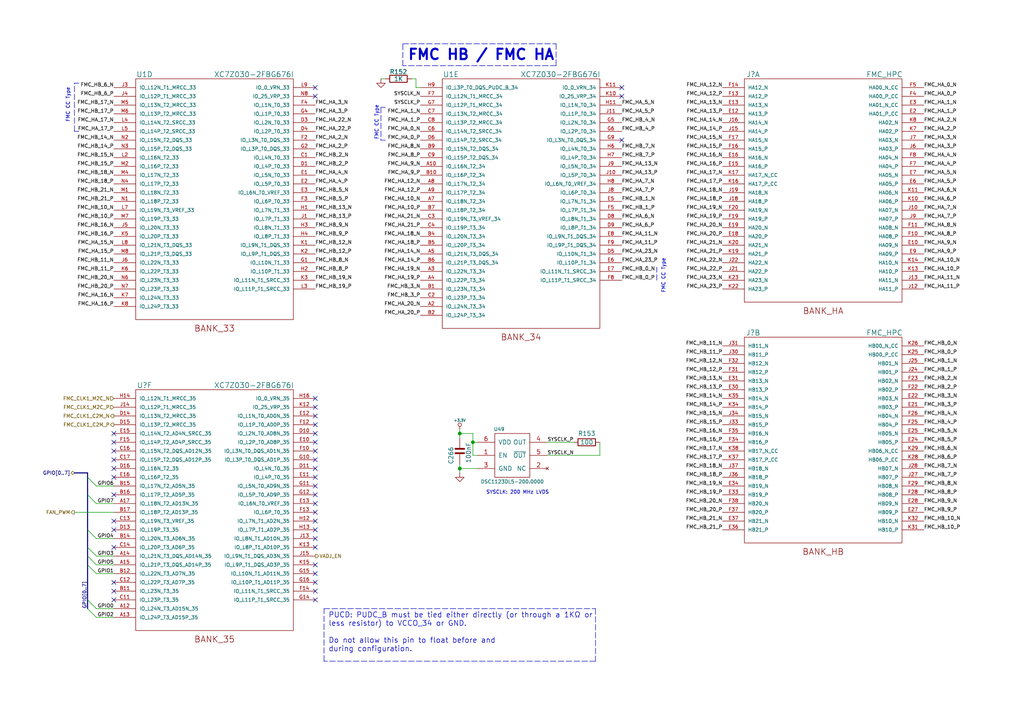
<source format=kicad_sch>
(kicad_sch (version 20231120) (generator "eeschema") (generator_version "8.0")
  (paper "A4")
  (title_block (title "CIAA-ACC FMC HB / FMC HA") (date "2019-08-28") (rev "V1.4") (company "COMPUTADORA INDUSTRIAL ABIERTA ARGENTINA. CIAA-ACC (HPC)") (comment 1 "Authors: See 'doc/CHANGES.txt' file.      License: See 'doc/LICENCIA_CIAA_ACC.txt' file."))
  (lib_symbols
    (symbol "CIAA_ACC:+3.3V" (power) (pin_names (offset 1.016))
      (property "Value" "+3.3V" (at 0 2.286 0))
      (symbol "+3.3V_0_0"
        (pin power_in line (at 0 0 90) (length 0) hide (name "+3.3V") (number "1"))
      )
    )
    (symbol "CIAA_ACC:C" (pin_numbers hide) (pin_names (offset 0.254))
      (property "Reference" "C" (at 0.635 2.54 0))
      (property "Value" "C" (at 0.635 -2.54 0))
      (symbol "C_1_1"
        (pin passive line (at 0 3.81 270) (length 2.794) (name "~") (number "1"))
        (pin passive line (at 0 -3.81 90) (length 2.794) (name "~") (number "2"))
      )
    )
    (symbol "CIAA_ACC:DSC1123" (pin_names (offset 1.016))
      (property "Reference" "U" (at -3.81 6.35 0))
      (property "Value" "DSC1123" (at 0 -8.89 0))
      (symbol "DSC1123_1_1"
        (pin input line (at -10.16 -1.27 0) (length 5.08) (name "EN") (number "1"))
        (pin no_connect line (at 10.16 -5.08 180) (length 5.08) (name "NC") (number "2"))
        (pin power_in line (at -10.16 -5.08 0) (length 5.08) (name "GND") (number "3"))
        (pin output line (at 10.16 2.54 180) (length 5.08) (name "OUT") (number "4"))
        (pin output line (at 10.16 -1.27 180) (length 5.08) (name "~{OUT}") (number "5"))
        (pin power_in line (at -10.16 2.54 0) (length 5.08) (name "VDD") (number "6"))
      )
    )
    (symbol "CIAA_ACC:GND" (power) (pin_names (offset 0))
      (property "Value" "GND" (at 0 -3.81 0))
      (symbol "GND_1_1"
        (pin power_in line (at 0 0 270) (length 0) hide (name "GND") (number "1"))
      )
    )
    (symbol "CIAA_ACC:R" (pin_numbers hide) (pin_names (offset 0))
      (property "Reference" "R" (at 2.032 0 90))
      (property "Value" "R" (at 0 0 90))
      (symbol "R_1_1"
        (pin passive line (at 0 3.81 270) (length 1.27) (name "~") (number "1"))
        (pin passive line (at 0 -3.81 90) (length 1.27) (name "~") (number "2"))
      )
    )
    (symbol "FMC_HPC:FMC_HPC" (pin_names (offset 1.016))
      (property "Reference" "J" (at 0 2.54 0))
      (property "Value" "FMC_HPC" (at 0 0 0))
      (symbol "FMC_HPC_1_0"
        (text "BANK_HA" (at 0 -33.02 0) (effects (font (size 1.778 1.778))))
      )
      (symbol "FMC_HPC_1_1"
        (pin passive line (at 29.21 -13.97 180) (length 6.35) (name "HA09_N") (number "E10"))
        (pin passive line (at -29.21 24.13 0) (length 6.35) (name "HA13_P") (number "E12"))
        (pin passive line (at -29.21 26.67 0) (length 6.35) (name "HA13_N") (number "E13"))
        (pin passive line (at -29.21 8.89 0) (length 6.35) (name "HA16_P") (number "E15"))
        (pin passive line (at -29.21 11.43 0) (length 6.35) (name "HA16_N") (number "E16"))
        (pin passive line (at -29.21 -11.43 0) (length 6.35) (name "HA20_P") (number "E18"))
        (pin passive line (at -29.21 -8.89 0) (length 6.35) (name "HA20_N") (number "E19"))
        (pin passive line (at 29.21 24.13 180) (length 6.35) (name "HA01_P_CC") (number "E2"))
        (pin passive line (at 29.21 26.67 180) (length 6.35) (name "HA01_N_CC") (number "E3"))
        (pin passive line (at 29.21 3.81 180) (length 6.35) (name "HA05_P") (number "E6"))
        (pin passive line (at 29.21 6.35 180) (length 6.35) (name "HA05_N") (number "E7"))
        (pin passive line (at 29.21 -16.51 180) (length 6.35) (name "HA09_P") (number "E9"))
        (pin passive line (at 29.21 -11.43 180) (length 6.35) (name "HA08_P") (number "F10"))
        (pin passive line (at 29.21 -8.89 180) (length 6.35) (name "HA08_N") (number "F11"))
        (pin passive line (at -29.21 29.21 0) (length 6.35) (name "HA12_P") (number "F13"))
        (pin passive line (at -29.21 31.75 0) (length 6.35) (name "HA12_N") (number "F14"))
        (pin passive line (at -29.21 13.97 0) (length 6.35) (name "HA15_P") (number "F16"))
        (pin passive line (at -29.21 16.51 0) (length 6.35) (name "HA15_N") (number "F17"))
        (pin passive line (at -29.21 -6.35 0) (length 6.35) (name "HA19_P") (number "F19"))
        (pin passive line (at -29.21 -3.81 0) (length 6.35) (name "HA19_N") (number "F20"))
        (pin passive line (at 29.21 29.21 180) (length 6.35) (name "HA00_P_CC") (number "F4"))
        (pin passive line (at 29.21 31.75 180) (length 6.35) (name "HA00_N_CC") (number "F5"))
        (pin passive line (at 29.21 8.89 180) (length 6.35) (name "HA04_P") (number "F7"))
        (pin passive line (at 29.21 11.43 180) (length 6.35) (name "HA04_N") (number "F8"))
        (pin passive line (at 29.21 -3.81 180) (length 6.35) (name "HA07_N") (number "J10"))
        (pin passive line (at 29.21 -26.67 180) (length 6.35) (name "HA11_P") (number "J12"))
        (pin passive line (at 29.21 -24.13 180) (length 6.35) (name "HA11_N") (number "J13"))
        (pin passive line (at -29.21 19.05 0) (length 6.35) (name "HA14_P") (number "J15"))
        (pin passive line (at -29.21 21.59 0) (length 6.35) (name "HA14_N") (number "J16"))
        (pin passive line (at -29.21 -1.27 0) (length 6.35) (name "HA18_P") (number "J18"))
        (pin passive line (at -29.21 1.27 0) (length 6.35) (name "HA18_N") (number "J19"))
        (pin passive line (at -29.21 -21.59 0) (length 6.35) (name "HA22_P") (number "J21"))
        (pin passive line (at -29.21 -19.05 0) (length 6.35) (name "HA22_N") (number "J22"))
        (pin passive line (at 29.21 13.97 180) (length 6.35) (name "HA03_P") (number "J6"))
        (pin passive line (at 29.21 16.51 180) (length 6.35) (name "HA03_N") (number "J7"))
        (pin passive line (at 29.21 -6.35 180) (length 6.35) (name "HA07_P") (number "J9"))
        (pin passive line (at 29.21 -1.27 180) (length 6.35) (name "HA06_P") (number "K10"))
        (pin passive line (at 29.21 1.27 180) (length 6.35) (name "HA06_N") (number "K11"))
        (pin passive line (at 29.21 -21.59 180) (length 6.35) (name "HA10_P") (number "K13"))
        (pin passive line (at 29.21 -19.05 180) (length 6.35) (name "HA10_N") (number "K14"))
        (pin passive line (at -29.21 3.81 0) (length 6.35) (name "HA17_P_CC") (number "K16"))
        (pin passive line (at -29.21 6.35 0) (length 6.35) (name "HA17_N_CC") (number "K17"))
        (pin passive line (at -29.21 -16.51 0) (length 6.35) (name "HA21_P") (number "K19"))
        (pin passive line (at -29.21 -13.97 0) (length 6.35) (name "HA21_N") (number "K20"))
        (pin passive line (at -29.21 -26.67 0) (length 6.35) (name "HA23_P") (number "K22"))
        (pin passive line (at -29.21 -24.13 0) (length 6.35) (name "HA23_N") (number "K23"))
        (pin passive line (at 29.21 19.05 180) (length 6.35) (name "HA02_P") (number "K7"))
        (pin passive line (at 29.21 21.59 180) (length 6.35) (name "HA02_N") (number "K8"))
      )
      (symbol "FMC_HPC_2_0"
        (text "BANK_HB" (at 0 -30.48 0) (effects (font (size 1.778 1.778))))
      )
      (symbol "FMC_HPC_2_1"
        (pin passive line (at 29.21 11.43 180) (length 6.35) (name "HB03_P") (number "E21"))
        (pin passive line (at 29.21 13.97 180) (length 6.35) (name "HB03_N") (number "E22"))
        (pin passive line (at 29.21 1.27 180) (length 6.35) (name "HB05_P") (number "E24"))
        (pin passive line (at 29.21 3.81 180) (length 6.35) (name "HB05_N") (number "E25"))
        (pin passive line (at 29.21 -19.05 180) (length 6.35) (name "HB09_P") (number "E27"))
        (pin passive line (at 29.21 -16.51 180) (length 6.35) (name "HB09_N") (number "E28"))
        (pin passive line (at -29.21 16.51 0) (length 6.35) (name "HB13_P") (number "E30"))
        (pin passive line (at -29.21 19.05 0) (length 6.35) (name "HB13_N") (number "E31"))
        (pin passive line (at -29.21 -13.97 0) (length 6.35) (name "HB19_P") (number "E33"))
        (pin passive line (at -29.21 -11.43 0) (length 6.35) (name "HB19_N") (number "E34"))
        (pin passive line (at -29.21 -24.13 0) (length 6.35) (name "HB21_P") (number "E36"))
        (pin passive line (at -29.21 -21.59 0) (length 6.35) (name "HB21_N") (number "E37"))
        (pin passive line (at 29.21 16.51 180) (length 6.35) (name "HB02_P") (number "F22"))
        (pin passive line (at 29.21 19.05 180) (length 6.35) (name "HB02_N") (number "F23"))
        (pin passive line (at 29.21 6.35 180) (length 6.35) (name "HB04_P") (number "F25"))
        (pin passive line (at 29.21 8.89 180) (length 6.35) (name "HB04_N") (number "F26"))
        (pin passive line (at 29.21 -13.97 180) (length 6.35) (name "HB08_P") (number "F28"))
        (pin passive line (at 29.21 -11.43 180) (length 6.35) (name "HB08_N") (number "F29"))
        (pin passive line (at -29.21 21.59 0) (length 6.35) (name "HB12_P") (number "F31"))
        (pin passive line (at -29.21 24.13 0) (length 6.35) (name "HB12_N") (number "F32"))
        (pin passive line (at -29.21 1.27 0) (length 6.35) (name "HB16_P") (number "F34"))
        (pin passive line (at -29.21 3.81 0) (length 6.35) (name "HB16_N") (number "F35"))
        (pin passive line (at -29.21 -19.05 0) (length 6.35) (name "HB20_P") (number "F37"))
        (pin passive line (at -29.21 -16.51 0) (length 6.35) (name "HB20_N") (number "F38"))
        (pin passive line (at 29.21 21.59 180) (length 6.35) (name "HB01_P") (number "J24"))
        (pin passive line (at 29.21 24.13 180) (length 6.35) (name "HB01_N") (number "J25"))
        (pin passive line (at 29.21 -8.89 180) (length 6.35) (name "HB07_P") (number "J27"))
        (pin passive line (at 29.21 -6.35 180) (length 6.35) (name "HB07_N") (number "J28"))
        (pin passive line (at -29.21 26.67 0) (length 6.35) (name "HB11_P") (number "J30"))
        (pin passive line (at -29.21 29.21 0) (length 6.35) (name "HB11_N") (number "J31"))
        (pin passive line (at -29.21 6.35 0) (length 6.35) (name "HB15_P") (number "J33"))
        (pin passive line (at -29.21 8.89 0) (length 6.35) (name "HB15_N") (number "J34"))
        (pin passive line (at -29.21 -8.89 0) (length 6.35) (name "HB18_P") (number "J36"))
        (pin passive line (at -29.21 -6.35 0) (length 6.35) (name "HB18_N") (number "J37"))
        (pin passive line (at 29.21 26.67 180) (length 6.35) (name "HB00_P_CC") (number "K25"))
        (pin passive line (at 29.21 29.21 180) (length 6.35) (name "HB00_N_CC") (number "K26"))
        (pin passive line (at 29.21 -3.81 180) (length 6.35) (name "HB06_P_CC") (number "K28"))
        (pin passive line (at 29.21 -1.27 180) (length 6.35) (name "HB06_N_CC") (number "K29"))
        (pin passive line (at 29.21 -24.13 180) (length 6.35) (name "HB10_P") (number "K31"))
        (pin passive line (at 29.21 -21.59 180) (length 6.35) (name "HB10_N") (number "K32"))
        (pin passive line (at -29.21 11.43 0) (length 6.35) (name "HB14_P") (number "K34"))
        (pin passive line (at -29.21 13.97 0) (length 6.35) (name "HB14_N") (number "K35"))
        (pin passive line (at -29.21 -3.81 0) (length 6.35) (name "HB17_P_CC") (number "K37"))
        (pin passive line (at -29.21 -1.27 0) (length 6.35) (name "HB17_N_CC") (number "K38"))
      )
      (symbol "FMC_HPC_3_0"
        (text "BANK_LA" (at 0 -45.72 0) (effects (font (size 1.778 1.778))))
      )
      (symbol "FMC_HPC_3_1"
        (pin passive line (at 29.21 11.43 180) (length 6.35) (name "LA06_P") (number "C10"))
        (pin passive line (at 29.21 13.97 180) (length 6.35) (name "LA06_N") (number "C11"))
        (pin passive line (at 29.21 -8.89 180) (length 6.35) (name "LA10_P") (number "C14"))
        (pin passive line (at 29.21 -6.35 180) (length 6.35) (name "LA10_N") (number "C15"))
        (pin passive line (at 29.21 -29.21 180) (length 6.35) (name "LA14_P") (number "C18"))
        (pin passive line (at 29.21 -26.67 180) (length 6.35) (name "LA14_N") (number "C19"))
        (pin passive line (at -29.21 36.83 0) (length 6.35) (name "LA18_P_CC") (number "C22"))
        (pin passive line (at -29.21 39.37 0) (length 6.35) (name "LA18_N_CC") (number "C23"))
        (pin passive line (at -29.21 -8.89 0) (length 6.35) (name "LA27_P") (number "C26"))
        (pin passive line (at -29.21 -6.35 0) (length 6.35) (name "LA27_N") (number "C27"))
        (pin passive line (at 29.21 16.51 180) (length 6.35) (name "LA05_P") (number "D11"))
        (pin passive line (at 29.21 19.05 180) (length 6.35) (name "LA05_N") (number "D12"))
        (pin passive line (at 29.21 -3.81 180) (length 6.35) (name "LA09_P") (number "D14"))
        (pin passive line (at 29.21 -1.27 180) (length 6.35) (name "LA09_N") (number "D15"))
        (pin passive line (at 29.21 -24.13 180) (length 6.35) (name "LA13_P") (number "D17"))
        (pin passive line (at 29.21 -21.59 180) (length 6.35) (name "LA13_N") (number "D18"))
        (pin passive line (at -29.21 41.91 0) (length 6.35) (name "LA17_P_CC") (number "D20"))
        (pin passive line (at -29.21 44.45 0) (length 6.35) (name "LA17_N_CC") (number "D21"))
        (pin passive line (at -29.21 11.43 0) (length 6.35) (name "LA23_P") (number "D23"))
        (pin passive line (at -29.21 13.97 0) (length 6.35) (name "LA23_N") (number "D24"))
        (pin passive line (at -29.21 -3.81 0) (length 6.35) (name "LA26_P") (number "D26"))
        (pin passive line (at -29.21 -1.27 0) (length 6.35) (name "LA26_N") (number "D27"))
        (pin passive line (at 29.21 36.83 180) (length 6.35) (name "LA01_P_CC") (number "D8"))
        (pin passive line (at 29.21 39.37 180) (length 6.35) (name "LA01_N_CC") (number "D9"))
        (pin passive line (at 29.21 29.21 180) (length 6.35) (name "LA03_N") (number "G10"))
        (pin passive line (at 29.21 1.27 180) (length 6.35) (name "LA08_P") (number "G12"))
        (pin passive line (at 29.21 3.81 180) (length 6.35) (name "LA08_N") (number "G13"))
        (pin passive line (at 29.21 -19.05 180) (length 6.35) (name "LA12_P") (number "G15"))
        (pin passive line (at 29.21 -16.51 180) (length 6.35) (name "LA12_N") (number "G16"))
        (pin passive line (at 29.21 -39.37 180) (length 6.35) (name "LA16_P") (number "G18"))
        (pin passive line (at 29.21 -36.83 180) (length 6.35) (name "LA16_N") (number "G19"))
        (pin passive line (at -29.21 26.67 0) (length 6.35) (name "LA20_P") (number "G21"))
        (pin passive line (at -29.21 29.21 0) (length 6.35) (name "LA20_N") (number "G22"))
        (pin passive line (at -29.21 16.51 0) (length 6.35) (name "LA22_P") (number "G24"))
        (pin passive line (at -29.21 19.05 0) (length 6.35) (name "LA22_N") (number "G25"))
        (pin passive line (at -29.21 1.27 0) (length 6.35) (name "LA25_P") (number "G27"))
        (pin passive line (at -29.21 3.81 0) (length 6.35) (name "LA25_N") (number "G28"))
        (pin passive line (at -29.21 -19.05 0) (length 6.35) (name "LA29_P") (number "G30"))
        (pin passive line (at -29.21 -16.51 0) (length 6.35) (name "LA29_N") (number "G31"))
        (pin passive line (at -29.21 -29.21 0) (length 6.35) (name "LA31_P") (number "G33"))
        (pin passive line (at -29.21 -26.67 0) (length 6.35) (name "LA31_N") (number "G34"))
        (pin passive line (at -29.21 -39.37 0) (length 6.35) (name "LA33_P") (number "G36"))
        (pin passive line (at -29.21 -36.83 0) (length 6.35) (name "LA33_N") (number "G37"))
        (pin passive line (at 29.21 41.91 180) (length 6.35) (name "LA00_P_CC") (number "G6"))
        (pin passive line (at 29.21 44.45 180) (length 6.35) (name "LA00_N_CC") (number "G7"))
        (pin passive line (at 29.21 26.67 180) (length 6.35) (name "LA03_P") (number "G9"))
        (pin passive line (at 29.21 21.59 180) (length 6.35) (name "LA04_P") (number "H10"))
        (pin passive line (at 29.21 24.13 180) (length 6.35) (name "LA04_N") (number "H11"))
        (pin passive line (at 29.21 6.35 180) (length 6.35) (name "LA07_P") (number "H13"))
        (pin passive line (at 29.21 8.89 180) (length 6.35) (name "LA07_N") (number "H14"))
        (pin passive line (at 29.21 -13.97 180) (length 6.35) (name "LA11_P") (number "H16"))
        (pin passive line (at 29.21 -11.43 180) (length 6.35) (name "LA11_N") (number "H17"))
        (pin passive line (at 29.21 -34.29 180) (length 6.35) (name "LA15_P") (number "H19"))
        (pin passive line (at 29.21 -31.75 180) (length 6.35) (name "LA15_N") (number "H20"))
        (pin passive line (at -29.21 31.75 0) (length 6.35) (name "LA19_P") (number "H22"))
        (pin passive line (at -29.21 34.29 0) (length 6.35) (name "LA19_N") (number "H23"))
        (pin passive line (at -29.21 21.59 0) (length 6.35) (name "LA21_P") (number "H25"))
        (pin passive line (at -29.21 24.13 0) (length 6.35) (name "LA21_N") (number "H26"))
        (pin passive line (at -29.21 6.35 0) (length 6.35) (name "LA24_P") (number "H28"))
        (pin passive line (at -29.21 8.89 0) (length 6.35) (name "LA24_N") (number "H29"))
        (pin passive line (at -29.21 -13.97 0) (length 6.35) (name "LA28_P") (number "H31"))
        (pin passive line (at -29.21 -11.43 0) (length 6.35) (name "LA28_N") (number "H32"))
        (pin passive line (at -29.21 -24.13 0) (length 6.35) (name "LA30_P") (number "H34"))
        (pin passive line (at -29.21 -21.59 0) (length 6.35) (name "LA30_N") (number "H35"))
        (pin passive line (at -29.21 -34.29 0) (length 6.35) (name "LA32_P") (number "H37"))
        (pin passive line (at -29.21 -31.75 0) (length 6.35) (name "LA32_N") (number "H38"))
        (pin passive line (at 29.21 31.75 180) (length 6.35) (name "LA02_P") (number "H7"))
        (pin passive line (at 29.21 34.29 180) (length 6.35) (name "LA02_N") (number "H8"))
      )
      (symbol "FMC_HPC_4_0"
        (text "CLK" (at 0 -12.7 0) (effects (font (size 1.778 1.778))))
      )
      (symbol "FMC_HPC_4_1"
        (pin passive line (at -29.21 -6.35 0) (length 6.35) (name "GBTCLK1_M2C_P") (number "B20"))
        (pin passive line (at -29.21 -3.81 0) (length 6.35) (name "GBTCLK1_M2C_N") (number "B21"))
        (pin passive line (at 29.21 -6.35 180) (length 6.35) (name "GBTCLK0_M2C_P") (number "D4"))
        (pin passive line (at 29.21 -3.81 180) (length 6.35) (name "GBTCLK0_M2C_N") (number "D5"))
        (pin passive line (at 29.21 6.35 180) (length 6.35) (name "CLK0_C2M_P") (number "G2"))
        (pin passive line (at 29.21 8.89 180) (length 6.35) (name "CLK0_C2M_N") (number "G3"))
        (pin passive line (at 29.21 1.27 180) (length 6.35) (name "CLK0_M2C_P") (number "H4"))
        (pin passive line (at 29.21 3.81 180) (length 6.35) (name "CLK0_M2C_N") (number "H5"))
        (pin passive line (at -29.21 6.35 0) (length 6.35) (name "CLK1_C2M_P") (number "J2"))
        (pin passive line (at -29.21 8.89 0) (length 6.35) (name "CLK1_C2M_N") (number "J3"))
        (pin passive line (at -29.21 1.27 0) (length 6.35) (name "CLK1_M2C_P") (number "K4"))
        (pin passive line (at -29.21 3.81 0) (length 6.35) (name "CLK1_M2C_N") (number "K5"))
      )
      (symbol "FMC_HPC_5_0"
        (text "GND" (at 0 -105.41 0) (effects (font (size 1.778 1.778))))
      )
      (symbol "FMC_HPC_5_1"
        (pin passive line (at -29.21 101.6 0) (length 6.35) (name "GND") (number "A1"))
        (pin passive line (at -29.21 88.9 0) (length 6.35) (name "GND") (number "A12"))
        (pin passive line (at -29.21 86.36 0) (length 6.35) (name "GND") (number "A13"))
        (pin passive line (at -29.21 83.82 0) (length 6.35) (name "GND") (number "A16"))
        (pin passive line (at -29.21 81.28 0) (length 6.35) (name "GND") (number "A17"))
        (pin passive line (at -29.21 78.74 0) (length 6.35) (name "GND") (number "A20"))
        (pin passive line (at -29.21 76.2 0) (length 6.35) (name "GND") (number "A21"))
        (pin passive line (at -29.21 73.66 0) (length 6.35) (name "GND") (number "A24"))
        (pin passive line (at -29.21 71.12 0) (length 6.35) (name "GND") (number "A25"))
        (pin passive line (at -29.21 68.58 0) (length 6.35) (name "GND") (number "A28"))
        (pin passive line (at -29.21 66.04 0) (length 6.35) (name "GND") (number "A29"))
        (pin passive line (at -29.21 63.5 0) (length 6.35) (name "GND") (number "A32"))
        (pin passive line (at -29.21 60.96 0) (length 6.35) (name "GND") (number "A33"))
        (pin passive line (at -29.21 58.42 0) (length 6.35) (name "GND") (number "A36"))
        (pin passive line (at -29.21 55.88 0) (length 6.35) (name "GND") (number "A37"))
        (pin passive line (at -29.21 99.06 0) (length 6.35) (name "GND") (number "A4"))
        (pin passive line (at -29.21 53.34 0) (length 6.35) (name "GND") (number "A40"))
        (pin passive line (at -29.21 96.52 0) (length 6.35) (name "GND") (number "A5"))
        (pin passive line (at -29.21 93.98 0) (length 6.35) (name "GND") (number "A8"))
        (pin passive line (at -29.21 91.44 0) (length 6.35) (name "GND") (number "A9"))
        (pin passive line (at -29.21 40.64 0) (length 6.35) (name "GND") (number "B10"))
        (pin passive line (at -29.21 38.1 0) (length 6.35) (name "GND") (number "B11"))
        (pin passive line (at -29.21 35.56 0) (length 6.35) (name "GND") (number "B14"))
        (pin passive line (at -29.21 33.02 0) (length 6.35) (name "GND") (number "B15"))
        (pin passive line (at -29.21 30.48 0) (length 6.35) (name "GND") (number "B18"))
        (pin passive line (at -29.21 27.94 0) (length 6.35) (name "GND") (number "B19"))
        (pin passive line (at -29.21 50.8 0) (length 6.35) (name "GND") (number "B2"))
        (pin passive line (at -29.21 25.4 0) (length 6.35) (name "GND") (number "B22"))
        (pin passive line (at -29.21 22.86 0) (length 6.35) (name "GND") (number "B23"))
        (pin passive line (at -29.21 20.32 0) (length 6.35) (name "GND") (number "B26"))
        (pin passive line (at -29.21 17.78 0) (length 6.35) (name "GND") (number "B27"))
        (pin passive line (at -29.21 48.26 0) (length 6.35) (name "GND") (number "B3"))
        (pin passive line (at -29.21 15.24 0) (length 6.35) (name "GND") (number "B30"))
        (pin passive line (at -29.21 12.7 0) (length 6.35) (name "GND") (number "B31"))
        (pin passive line (at -29.21 10.16 0) (length 6.35) (name "GND") (number "B34"))
        (pin passive line (at -29.21 7.62 0) (length 6.35) (name "GND") (number "B35"))
        (pin passive line (at -29.21 5.08 0) (length 6.35) (name "GND") (number "B38"))
        (pin passive line (at -29.21 2.54 0) (length 6.35) (name "GND") (number "B39"))
        (pin passive line (at -29.21 45.72 0) (length 6.35) (name "GND") (number "B6"))
        (pin passive line (at -29.21 43.18 0) (length 6.35) (name "GND") (number "B7"))
        (pin passive line (at -29.21 0 0) (length 6.35) (name "GND") (number "C1"))
        (pin passive line (at -29.21 -12.7 0) (length 6.35) (name "GND") (number "C12"))
        (pin passive line (at -29.21 -15.24 0) (length 6.35) (name "GND") (number "C13"))
        (pin passive line (at -29.21 -17.78 0) (length 6.35) (name "GND") (number "C16"))
        (pin passive line (at -29.21 -20.32 0) (length 6.35) (name "GND") (number "C17"))
        (pin passive line (at -29.21 -22.86 0) (length 6.35) (name "GND") (number "C20"))
        (pin passive line (at -29.21 -25.4 0) (length 6.35) (name "GND") (number "C21"))
        (pin passive line (at -29.21 -27.94 0) (length 6.35) (name "GND") (number "C24"))
        (pin passive line (at -29.21 -30.48 0) (length 6.35) (name "GND") (number "C25"))
        (pin passive line (at -29.21 -33.02 0) (length 6.35) (name "GND") (number "C28"))
        (pin passive line (at -29.21 -35.56 0) (length 6.35) (name "GND") (number "C29"))
        (pin passive line (at -29.21 -38.1 0) (length 6.35) (name "GND") (number "C32"))
        (pin passive line (at -29.21 -40.64 0) (length 6.35) (name "GND") (number "C33"))
        (pin passive line (at -29.21 -43.18 0) (length 6.35) (name "GND") (number "C36"))
        (pin passive line (at -29.21 -45.72 0) (length 6.35) (name "GND") (number "C38"))
        (pin passive line (at -29.21 -2.54 0) (length 6.35) (name "GND") (number "C4"))
        (pin passive line (at -29.21 -48.26 0) (length 6.35) (name "GND") (number "C40"))
        (pin passive line (at -29.21 -5.08 0) (length 6.35) (name "GND") (number "C5"))
        (pin passive line (at -29.21 -7.62 0) (length 6.35) (name "GND") (number "C8"))
        (pin passive line (at -29.21 -10.16 0) (length 6.35) (name "GND") (number "C9"))
        (pin passive line (at -29.21 -60.96 0) (length 6.35) (name "GND") (number "D10"))
        (pin passive line (at -29.21 -63.5 0) (length 6.35) (name "GND") (number "D13"))
        (pin passive line (at -29.21 -66.04 0) (length 6.35) (name "GND") (number "D16"))
        (pin passive line (at -29.21 -68.58 0) (length 6.35) (name "GND") (number "D19"))
        (pin passive line (at -29.21 -50.8 0) (length 6.35) (name "GND") (number "D2"))
        (pin passive line (at -29.21 -71.12 0) (length 6.35) (name "GND") (number "D22"))
        (pin passive line (at -29.21 -73.66 0) (length 6.35) (name "GND") (number "D25"))
        (pin passive line (at -29.21 -76.2 0) (length 6.35) (name "GND") (number "D28"))
        (pin passive line (at -29.21 -53.34 0) (length 6.35) (name "GND") (number "D3"))
        (pin passive line (at -29.21 -78.74 0) (length 6.35) (name "GND") (number "D37"))
        (pin passive line (at -29.21 -81.28 0) (length 6.35) (name "GND") (number "D39"))
        (pin passive line (at -29.21 -55.88 0) (length 6.35) (name "GND") (number "D6"))
        (pin passive line (at -29.21 -58.42 0) (length 6.35) (name "GND") (number "D7"))
        (pin passive line (at 29.21 101.6 180) (length 6.35) (name "GND") (number "E1"))
        (pin passive line (at 29.21 91.44 180) (length 6.35) (name "GND") (number "E11"))
        (pin passive line (at 29.21 88.9 180) (length 6.35) (name "GND") (number "E14"))
        (pin passive line (at 29.21 86.36 180) (length 6.35) (name "GND") (number "E17"))
        (pin passive line (at 29.21 83.82 180) (length 6.35) (name "GND") (number "E20"))
        (pin passive line (at 29.21 81.28 180) (length 6.35) (name "GND") (number "E23"))
        (pin passive line (at -29.21 -83.82 0) (length 6.35) (name "GND") (number "E26"))
        (pin passive line (at -29.21 -86.36 0) (length 6.35) (name "GND") (number "E29"))
        (pin passive line (at -29.21 -88.9 0) (length 6.35) (name "GND") (number "E32"))
        (pin passive line (at -29.21 -91.44 0) (length 6.35) (name "GND") (number "E35"))
        (pin passive line (at -29.21 -93.98 0) (length 6.35) (name "GND") (number "E38"))
        (pin passive line (at 29.21 99.06 180) (length 6.35) (name "GND") (number "E4"))
        (pin passive line (at -29.21 -96.52 0) (length 6.35) (name "GND") (number "E40"))
        (pin passive line (at 29.21 96.52 180) (length 6.35) (name "GND") (number "E5"))
        (pin passive line (at 29.21 93.98 180) (length 6.35) (name "GND") (number "E8"))
        (pin passive line (at 29.21 68.58 180) (length 6.35) (name "GND") (number "F12"))
        (pin passive line (at 29.21 66.04 180) (length 6.35) (name "GND") (number "F15"))
        (pin passive line (at 29.21 63.5 180) (length 6.35) (name "GND") (number "F18"))
        (pin passive line (at 29.21 78.74 180) (length 6.35) (name "GND") (number "F2"))
        (pin passive line (at 29.21 60.96 180) (length 6.35) (name "GND") (number "F21"))
        (pin passive line (at 29.21 58.42 180) (length 6.35) (name "GND") (number "F24"))
        (pin passive line (at 29.21 55.88 180) (length 6.35) (name "GND") (number "F27"))
        (pin passive line (at 29.21 76.2 180) (length 6.35) (name "GND") (number "F3"))
        (pin passive line (at 29.21 53.34 180) (length 6.35) (name "GND") (number "F30"))
        (pin passive line (at 29.21 50.8 180) (length 6.35) (name "GND") (number "F33"))
        (pin passive line (at 29.21 48.26 180) (length 6.35) (name "GND") (number "F36"))
        (pin passive line (at 29.21 45.72 180) (length 6.35) (name "GND") (number "F39"))
        (pin passive line (at 29.21 73.66 180) (length 6.35) (name "GND") (number "F6"))
        (pin passive line (at 29.21 71.12 180) (length 6.35) (name "GND") (number "F9"))
        (pin passive line (at 29.21 43.18 180) (length 6.35) (name "GND") (number "G1"))
        (pin passive line (at 29.21 33.02 180) (length 6.35) (name "GND") (number "G11"))
        (pin passive line (at 29.21 30.48 180) (length 6.35) (name "GND") (number "G14"))
        (pin passive line (at 29.21 27.94 180) (length 6.35) (name "GND") (number "G17"))
        (pin passive line (at 29.21 25.4 180) (length 6.35) (name "GND") (number "G20"))
        (pin passive line (at 29.21 22.86 180) (length 6.35) (name "GND") (number "G23"))
        (pin passive line (at 29.21 20.32 180) (length 6.35) (name "GND") (number "G26"))
        (pin passive line (at 29.21 17.78 180) (length 6.35) (name "GND") (number "G29"))
        (pin passive line (at 29.21 15.24 180) (length 6.35) (name "GND") (number "G32"))
        (pin passive line (at 29.21 12.7 180) (length 6.35) (name "GND") (number "G35"))
        (pin passive line (at 29.21 10.16 180) (length 6.35) (name "GND") (number "G38"))
        (pin passive line (at 29.21 40.64 180) (length 6.35) (name "GND") (number "G4"))
        (pin passive line (at 29.21 7.62 180) (length 6.35) (name "GND") (number "G40"))
        (pin passive line (at 29.21 38.1 180) (length 6.35) (name "GND") (number "G5"))
        (pin passive line (at 29.21 35.56 180) (length 6.35) (name "GND") (number "G8"))
        (pin passive line (at 29.21 -2.54 180) (length 6.35) (name "GND") (number "H12"))
        (pin passive line (at 29.21 -5.08 180) (length 6.35) (name "GND") (number "H15"))
        (pin passive line (at 29.21 -7.62 180) (length 6.35) (name "GND") (number "H18"))
        (pin passive line (at 29.21 -10.16 180) (length 6.35) (name "GND") (number "H21"))
        (pin passive line (at 29.21 -12.7 180) (length 6.35) (name "GND") (number "H24"))
        (pin passive line (at 29.21 -15.24 180) (length 6.35) (name "GND") (number "H27"))
        (pin passive line (at 29.21 5.08 180) (length 6.35) (name "GND") (number "H3"))
        (pin passive line (at 29.21 -17.78 180) (length 6.35) (name "GND") (number "H30"))
        (pin passive line (at 29.21 -20.32 180) (length 6.35) (name "GND") (number "H33"))
        (pin passive line (at 29.21 -22.86 180) (length 6.35) (name "GND") (number "H36"))
        (pin passive line (at 29.21 -25.4 180) (length 6.35) (name "GND") (number "H39"))
        (pin passive line (at 29.21 2.54 180) (length 6.35) (name "GND") (number "H6"))
        (pin passive line (at 29.21 0 180) (length 6.35) (name "GND") (number "H9"))
        (pin passive line (at 29.21 -27.94 180) (length 6.35) (name "GND") (number "J1"))
        (pin passive line (at 29.21 -38.1 180) (length 6.35) (name "GND") (number "J11"))
        (pin passive line (at 29.21 -40.64 180) (length 6.35) (name "GND") (number "J14"))
        (pin passive line (at 29.21 -43.18 180) (length 6.35) (name "GND") (number "J17"))
        (pin passive line (at 29.21 -45.72 180) (length 6.35) (name "GND") (number "J20"))
        (pin passive line (at 29.21 -48.26 180) (length 6.35) (name "GND") (number "J23"))
        (pin passive line (at 29.21 -50.8 180) (length 6.35) (name "GND") (number "J26"))
        (pin passive line (at 29.21 -53.34 180) (length 6.35) (name "GND") (number "J29"))
        (pin passive line (at 29.21 -55.88 180) (length 6.35) (name "GND") (number "J32"))
        (pin passive line (at 29.21 -58.42 180) (length 6.35) (name "GND") (number "J35"))
        (pin passive line (at 29.21 -60.96 180) (length 6.35) (name "GND") (number "J38"))
        (pin passive line (at 29.21 -30.48 180) (length 6.35) (name "GND") (number "J4"))
        (pin passive line (at 29.21 -63.5 180) (length 6.35) (name "GND") (number "J40"))
        (pin passive line (at 29.21 -33.02 180) (length 6.35) (name "GND") (number "J5"))
        (pin passive line (at 29.21 -35.56 180) (length 6.35) (name "GND") (number "J8"))
        (pin passive line (at 29.21 -76.2 180) (length 6.35) (name "GND") (number "K12"))
        (pin passive line (at 29.21 -78.74 180) (length 6.35) (name "GND") (number "K15"))
        (pin passive line (at 29.21 -81.28 180) (length 6.35) (name "GND") (number "K18"))
        (pin passive line (at 29.21 -66.04 180) (length 6.35) (name "GND") (number "K2"))
        (pin passive line (at 29.21 -83.82 180) (length 6.35) (name "GND") (number "K21"))
        (pin passive line (at 29.21 -86.36 180) (length 6.35) (name "GND") (number "K24"))
        (pin passive line (at 29.21 -88.9 180) (length 6.35) (name "GND") (number "K27"))
        (pin passive line (at 29.21 -68.58 180) (length 6.35) (name "GND") (number "K3"))
        (pin passive line (at 29.21 -91.44 180) (length 6.35) (name "GND") (number "K30"))
        (pin passive line (at 29.21 -93.98 180) (length 6.35) (name "GND") (number "K33"))
        (pin passive line (at 29.21 -96.52 180) (length 6.35) (name "GND") (number "K36"))
        (pin passive line (at 29.21 -99.06 180) (length 6.35) (name "GND") (number "K39"))
        (pin passive line (at 29.21 -71.12 180) (length 6.35) (name "GND") (number "K6"))
        (pin passive line (at 29.21 -73.66 180) (length 6.35) (name "GND") (number "K9"))
      )
      (symbol "FMC_HPC_6_0"
        (text "MGMT" (at 0 -21.59 0) (effects (font (size 1.778 1.778))))
      )
      (symbol "FMC_HPC_6_1"
        (pin passive line (at 29.21 7.62 180) (length 6.35) (name "RES1") (number "B1"))
        (pin passive line (at 29.21 10.16 180) (length 6.35) (name "RES0") (number "B40"))
        (pin passive line (at -29.21 5.08 0) (length 6.35) (name "SCL") (number "C30"))
        (pin passive line (at -29.21 2.54 0) (length 6.35) (name "SDA") (number "C31"))
        (pin passive line (at -29.21 10.16 0) (length 6.35) (name "GA0") (number "C34"))
        (pin passive line (at 29.21 2.54 180) (length 6.35) (name "PG_C2M") (number "D1"))
        (pin passive line (at 29.21 -5.08 180) (length 6.35) (name "TCK") (number "D29"))
        (pin passive line (at 29.21 -7.62 180) (length 6.35) (name "TDI") (number "D30"))
        (pin passive line (at 29.21 -10.16 180) (length 6.35) (name "TDO") (number "D31"))
        (pin passive line (at 29.21 -12.7 180) (length 6.35) (name "TMS") (number "D33"))
        (pin passive line (at 29.21 -15.24 180) (length 6.35) (name "TRST_L") (number "D34"))
        (pin passive line (at -29.21 7.62 0) (length 6.35) (name "GA1") (number "D35"))
        (pin passive line (at 29.21 0 180) (length 6.35) (name "PG_M2C") (number "F1"))
        (pin passive line (at -29.21 -2.54 0) (length 6.35) (name "PRSNT_M2C_L") (number "H2"))
      )
      (symbol "FMC_HPC_7_0"
        (text "PWR" (at 0 -19.05 0) (effects (font (size 1.778 1.778))))
      )
      (symbol "FMC_HPC_7_1"
        (pin passive line (at -29.21 5.08 0) (length 6.35) (name "12P0V") (number "C35"))
        (pin passive line (at -29.21 2.54 0) (length 6.35) (name "12P0V") (number "C37"))
        (pin passive line (at 29.21 10.16 180) (length 6.35) (name "3P3V") (number "C39"))
        (pin passive line (at -29.21 10.16 0) (length 6.35) (name "3P3VAUX") (number "D32"))
        (pin passive line (at 29.21 7.62 180) (length 6.35) (name "3P3V") (number "D36"))
        (pin passive line (at 29.21 5.08 180) (length 6.35) (name "3P3V") (number "D38"))
        (pin passive line (at 29.21 2.54 180) (length 6.35) (name "3P3V") (number "D40"))
        (pin passive line (at 29.21 -2.54 180) (length 6.35) (name "VADJ") (number "E39"))
        (pin passive line (at 29.21 -5.08 180) (length 6.35) (name "VADJ") (number "F40"))
        (pin passive line (at 29.21 -7.62 180) (length 6.35) (name "VADJ") (number "G39"))
        (pin passive line (at -29.21 -10.16 0) (length 6.35) (name "VREF_A_M2C") (number "H1"))
        (pin passive line (at 29.21 -10.16 180) (length 6.35) (name "VADJ") (number "H40"))
        (pin passive line (at -29.21 -2.54 0) (length 6.35) (name "VIO_B_M2C") (number "J39"))
        (pin passive line (at -29.21 -12.7 0) (length 6.35) (name "VREF_B_M2C") (number "K1"))
        (pin passive line (at -29.21 -5.08 0) (length 6.35) (name "VIO_B_M2C") (number "K40"))
      )
      (symbol "FMC_HPC_8_0"
        (text "TXRX" (at 0 -27.94 0) (effects (font (size 1.778 1.778))))
      )
      (symbol "FMC_HPC_8_1"
        (pin passive line (at 29.21 -11.43 180) (length 6.35) (name "DP3_M2C_P") (number "A10"))
        (pin passive line (at 29.21 -8.89 180) (length 6.35) (name "DP3_M2C_N") (number "A11"))
        (pin passive line (at 29.21 -21.59 180) (length 6.35) (name "DP4_M2C_P") (number "A14"))
        (pin passive line (at 29.21 -19.05 180) (length 6.35) (name "DP4_M2C_N") (number "A15"))
        (pin passive line (at -29.21 19.05 0) (length 6.35) (name "DP5_M2C_P") (number "A18"))
        (pin passive line (at -29.21 21.59 0) (length 6.35) (name "DP5_M2C_N") (number "A19"))
        (pin passive line (at 29.21 8.89 180) (length 6.35) (name "DP1_M2C_P") (number "A2"))
        (pin passive line (at 29.21 13.97 180) (length 6.35) (name "DP1_C2M_P") (number "A22"))
        (pin passive line (at 29.21 16.51 180) (length 6.35) (name "DP1_C2M_N") (number "A23"))
        (pin passive line (at 29.21 3.81 180) (length 6.35) (name "DP2_C2M_P") (number "A26"))
        (pin passive line (at 29.21 6.35 180) (length 6.35) (name "DP2_C2M_N") (number "A27"))
        (pin passive line (at 29.21 11.43 180) (length 6.35) (name "DP1_M2C_N") (number "A3"))
        (pin passive line (at 29.21 -6.35 180) (length 6.35) (name "DP3_C2M_P") (number "A30"))
        (pin passive line (at 29.21 -3.81 180) (length 6.35) (name "DP3_C2M_N") (number "A31"))
        (pin passive line (at 29.21 -16.51 180) (length 6.35) (name "DP4_C2M_P") (number "A34"))
        (pin passive line (at 29.21 -13.97 180) (length 6.35) (name "DP4_C2M_N") (number "A35"))
        (pin passive line (at -29.21 24.13 0) (length 6.35) (name "DP5_C2M_P") (number "A38"))
        (pin passive line (at -29.21 26.67 0) (length 6.35) (name "DP5_C2M_N") (number "A39"))
        (pin passive line (at 29.21 -1.27 180) (length 6.35) (name "DP2_M2C_P") (number "A6"))
        (pin passive line (at 29.21 1.27 180) (length 6.35) (name "DP2_M2C_N") (number "A7"))
        (pin passive line (at -29.21 -1.27 0) (length 6.35) (name "DP7_M2C_P") (number "B12"))
        (pin passive line (at -29.21 1.27 0) (length 6.35) (name "DP7_M2C_N") (number "B13"))
        (pin passive line (at -29.21 8.89 0) (length 6.35) (name "DP6_M2C_P") (number "B16"))
        (pin passive line (at -29.21 11.43 0) (length 6.35) (name "DP6_M2C_N") (number "B17"))
        (pin passive line (at -29.21 -16.51 0) (length 6.35) (name "DP9_C2M_P") (number "B24"))
        (pin passive line (at -29.21 -13.97 0) (length 6.35) (name "DP9_C2M_N") (number "B25"))
        (pin passive line (at -29.21 -6.35 0) (length 6.35) (name "DP8_C2M_P") (number "B28"))
        (pin passive line (at -29.21 -3.81 0) (length 6.35) (name "DP8_C2M_N") (number "B29"))
        (pin passive line (at -29.21 3.81 0) (length 6.35) (name "DP7_C2M_P") (number "B32"))
        (pin passive line (at -29.21 6.35 0) (length 6.35) (name "DP7_C2M_N") (number "B33"))
        (pin passive line (at -29.21 13.97 0) (length 6.35) (name "DP6_C2M_P") (number "B36"))
        (pin passive line (at -29.21 16.51 0) (length 6.35) (name "DP6_C2M_N") (number "B37"))
        (pin passive line (at -29.21 -21.59 0) (length 6.35) (name "DP9_M2C_P") (number "B4"))
        (pin passive line (at -29.21 -19.05 0) (length 6.35) (name "DP9_M2C_N") (number "B5"))
        (pin passive line (at -29.21 -11.43 0) (length 6.35) (name "DP8_M2C_P") (number "B8"))
        (pin passive line (at -29.21 -8.89 0) (length 6.35) (name "DP8_M2C_N") (number "B9"))
        (pin passive line (at 29.21 24.13 180) (length 6.35) (name "DP0_C2M_P") (number "C2"))
        (pin passive line (at 29.21 26.67 180) (length 6.35) (name "DP0_C2M_N") (number "C3"))
        (pin passive line (at 29.21 19.05 180) (length 6.35) (name "DP0_M2C_P") (number "C6"))
        (pin passive line (at 29.21 21.59 180) (length 6.35) (name "DP0_M2C_N") (number "C7"))
      )
    )
    (symbol "XC7Z030_FBG676:XC7Z030_FBG676" (pin_names (offset 1.016))
      (property "Reference" "U" (at 0 2.54 0))
      (property "Value" "XC7Z030_FBG676" (at 0 0 0))
      (symbol "XC7Z030_FBG676_1_0"
        (text "BANK_0" (at 0 -38.1 0) (effects (font (size 1.778 1.778))))
      )
      (symbol "XC7Z030_FBG676_1_1"
        (pin power_in line (at 29.21 3.81 180) (length 6.35) (name "GNDADC_0") (number "M13"))
        (pin power_in line (at 29.21 -19.05 180) (length 6.35) (name "VCCADC_0") (number "M14"))
        (pin input line (at 29.21 -29.21 180) (length 6.35) (name "VREFN_0") (number "N13"))
        (pin input line (at 29.21 -26.67 180) (length 6.35) (name "VP_0") (number "N14"))
        (pin input line (at 29.21 -24.13 180) (length 6.35) (name "VN_0") (number "P13"))
        (pin input line (at 29.21 -31.75 180) (length 6.35) (name "VREFP_0") (number "P14"))
        (pin input line (at 29.21 8.89 180) (length 6.35) (name "DXN_0") (number "R13"))
        (pin input line (at 29.21 6.35 180) (length 6.35) (name "DXP_0") (number "R14"))
        (pin bidirectional line (at -29.21 13.97 0) (length 6.35) (name "INIT_B_0") (number "R8"))
        (pin input line (at 29.21 13.97 180) (length 6.35) (name "CFGBVS_0") (number "T7"))
        (pin power_in line (at 29.21 -6.35 180) (length 6.35) (name "RSVDVCC3") (number "U8"))
        (pin input line (at 29.21 -11.43 180) (length 6.35) (name "TDI_0") (number "V11"))
        (pin power_in line (at 29.21 1.27 180) (length 6.35) (name "RSVDGND") (number "V13"))
        (pin power_in line (at 29.21 -21.59 180) (length 6.35) (name "VCCBATT_0") (number "V15"))
        (pin power_in line (at 29.21 -3.81 180) (length 6.35) (name "RSVDVCC2") (number "V8"))
        (pin input line (at -29.21 11.43 0) (length 6.35) (name "PROGRAM_B_0") (number "V9"))
        (pin output line (at 29.21 -13.97 180) (length 6.35) (name "TDO_0") (number "W10"))
        (pin input line (at 29.21 -16.51 180) (length 6.35) (name "TMS_0") (number "W11"))
        (pin input line (at 29.21 -8.89 180) (length 6.35) (name "TCK_0") (number "W12"))
        (pin power_in line (at 29.21 -1.27 180) (length 6.35) (name "RSVDVCC1") (number "W8"))
        (pin bidirectional line (at 29.21 11.43 180) (length 6.35) (name "DONE_0") (number "W9"))
      )
      (symbol "XC7Z030_FBG676_2_0"
        (text "BANK_12" (at 0 -36.83 0) (effects (font (size 1.778 1.778))))
      )
      (symbol "XC7Z030_FBG676_2_1"
        (pin bidirectional line (at 29.21 17.78 180) (length 6.35) (name "IO_L3N_T0_DQS_12") (number "AA10"))
        (pin bidirectional line (at 29.21 2.54 180) (length 6.35) (name "IO_L6N_T0_VREF_12") (number "AA12"))
        (pin bidirectional line (at 29.21 0 180) (length 6.35) (name "IO_L6P_T0_12") (number "AA13"))
        (pin bidirectional line (at -29.21 -17.78 0) (length 6.35) (name "IO_L22N_T3_12") (number "AA14"))
        (pin bidirectional line (at -29.21 -20.32 0) (length 6.35) (name "IO_L22P_T3_12") (number "AA15"))
        (pin bidirectional line (at -29.21 -2.54 0) (length 6.35) (name "IO_L19N_T3_VREF_12") (number "AA17"))
        (pin bidirectional line (at 29.21 12.7 180) (length 6.35) (name "IO_L4N_T0_12") (number "AB10"))
        (pin bidirectional line (at 29.21 10.16 180) (length 6.35) (name "IO_L4P_T0_12") (number "AB11"))
        (pin bidirectional line (at 29.21 20.32 180) (length 6.35) (name "IO_L2P_T0_12") (number "AB12"))
        (pin bidirectional line (at -29.21 22.86 0) (length 6.35) (name "IO_L14N_T2_SRCC_12") (number "AB14"))
        (pin bidirectional line (at -29.21 20.32 0) (length 6.35) (name "IO_L14P_T2_SRCC_12") (number "AB15"))
        (pin bidirectional line (at -29.21 -7.62 0) (length 6.35) (name "IO_L20N_T3_12") (number "AB16"))
        (pin bidirectional line (at -29.21 -10.16 0) (length 6.35) (name "IO_L20P_T3_12") (number "AB17"))
        (pin bidirectional line (at 29.21 22.86 180) (length 6.35) (name "IO_L2N_T0_12") (number "AC11"))
        (pin bidirectional line (at 29.21 -25.4 180) (length 6.35) (name "IO_L11P_T1_SRCC_12") (number "AC12"))
        (pin bidirectional line (at -29.21 30.48 0) (length 6.35) (name "IO_L12P_T1_MRCC_12") (number "AC13"))
        (pin bidirectional line (at -29.21 25.4 0) (length 6.35) (name "IO_L13P_T2_MRCC_12") (number "AC14"))
        (pin bidirectional line (at -29.21 -12.7 0) (length 6.35) (name "IO_L21N_T3_DQS_12") (number "AC16"))
        (pin bidirectional line (at -29.21 -15.24 0) (length 6.35) (name "IO_L21P_T3_DQS_12") (number "AC17"))
        (pin bidirectional line (at 29.21 -2.54 180) (length 6.35) (name "IO_L7N_T1_12") (number "AD10"))
        (pin bidirectional line (at 29.21 -22.86 180) (length 6.35) (name "IO_L11N_T1_SRCC_12") (number "AD11"))
        (pin bidirectional line (at -29.21 33.02 0) (length 6.35) (name "IO_L12N_T1_MRCC_12") (number "AD13"))
        (pin bidirectional line (at -29.21 27.94 0) (length 6.35) (name "IO_L13N_T2_MRCC_12") (number "AD14"))
        (pin bidirectional line (at -29.21 17.78 0) (length 6.35) (name "IO_L15N_T2_DQS_12") (number "AD15"))
        (pin bidirectional line (at -29.21 15.24 0) (length 6.35) (name "IO_L15P_T2_DQS_12") (number "AD16"))
        (pin bidirectional line (at 29.21 -5.08 180) (length 6.35) (name "IO_L7P_T1_12") (number "AE10"))
        (pin bidirectional line (at 29.21 -15.24 180) (length 6.35) (name "IO_L9P_T1_DQS_12") (number "AE11"))
        (pin bidirectional line (at 29.21 -10.16 180) (length 6.35) (name "IO_L8P_T1_12") (number "AE12"))
        (pin bidirectional line (at 29.21 -20.32 180) (length 6.35) (name "IO_L10P_T1_12") (number "AE13"))
        (pin bidirectional line (at -29.21 7.62 0) (length 6.35) (name "IO_L17N_T2_12") (number "AE15"))
        (pin bidirectional line (at -29.21 5.08 0) (length 6.35) (name "IO_L17P_T2_12") (number "AE16"))
        (pin bidirectional line (at -29.21 0 0) (length 6.35) (name "IO_L18P_T2_12") (number "AE17"))
        (pin bidirectional line (at 29.21 -12.7 180) (length 6.35) (name "IO_L9N_T1_DQS_12") (number "AF10"))
        (pin bidirectional line (at 29.21 -7.62 180) (length 6.35) (name "IO_L8N_T1_12") (number "AF12"))
        (pin bidirectional line (at 29.21 -17.78 180) (length 6.35) (name "IO_L10N_T1_12") (number "AF13"))
        (pin bidirectional line (at -29.21 12.7 0) (length 6.35) (name "IO_L16N_T2_12") (number "AF14"))
        (pin bidirectional line (at -29.21 10.16 0) (length 6.35) (name "IO_L16P_T2_12") (number "AF15"))
        (pin bidirectional line (at -29.21 2.54 0) (length 6.35) (name "IO_L18N_T2_12") (number "AF17"))
        (pin bidirectional line (at 29.21 5.08 180) (length 6.35) (name "IO_L5P_T0_12") (number "W13"))
        (pin bidirectional line (at 29.21 33.02 180) (length 6.35) (name "IO_0_12") (number "W14"))
        (pin bidirectional line (at -29.21 -27.94 0) (length 6.35) (name "IO_L24N_T3_12") (number "W15"))
        (pin bidirectional line (at -29.21 -30.48 0) (length 6.35) (name "IO_L24P_T3_12") (number "W16"))
        (pin bidirectional line (at 29.21 30.48 180) (length 6.35) (name "IO_25_12") (number "W17"))
        (pin bidirectional line (at 29.21 15.24 180) (length 6.35) (name "IO_L3P_T0_DQS_12") (number "Y10"))
        (pin bidirectional line (at 29.21 27.94 180) (length 6.35) (name "IO_L1N_T0_12") (number "Y11"))
        (pin bidirectional line (at 29.21 25.4 180) (length 6.35) (name "IO_L1P_T0_12") (number "Y12"))
        (pin bidirectional line (at 29.21 7.62 180) (length 6.35) (name "IO_L5N_T0_12") (number "Y13"))
        (pin bidirectional line (at -29.21 -22.86 0) (length 6.35) (name "IO_L23N_T3_12") (number "Y15"))
        (pin bidirectional line (at -29.21 -25.4 0) (length 6.35) (name "IO_L23P_T3_12") (number "Y16"))
        (pin bidirectional line (at -29.21 -5.08 0) (length 6.35) (name "IO_L19P_T3_12") (number "Y17"))
      )
      (symbol "XC7Z030_FBG676_3_0"
        (text "BANK_13" (at 0 -36.83 0) (effects (font (size 1.778 1.778))))
      )
      (symbol "XC7Z030_FBG676_3_1"
        (pin bidirectional line (at -29.21 -27.94 0) (length 6.35) (name "IO_L24N_T3_13") (number "AA18"))
        (pin bidirectional line (at -29.21 -20.32 0) (length 6.35) (name "IO_L22P_T3_13") (number "AA19"))
        (pin bidirectional line (at -29.21 -10.16 0) (length 6.35) (name "IO_L20P_T3_13") (number "AA20"))
        (pin bidirectional line (at 29.21 -20.32 180) (length 6.35) (name "IO_L10P_T1_13") (number "AA22"))
        (pin bidirectional line (at 29.21 -17.78 180) (length 6.35) (name "IO_L10N_T1_13") (number "AA23"))
        (pin bidirectional line (at 29.21 0 180) (length 6.35) (name "IO_L6P_T0_13") (number "AA24"))
        (pin bidirectional line (at 29.21 25.4 180) (length 6.35) (name "IO_L1P_T0_13") (number "AA25"))
        (pin bidirectional line (at -29.21 -17.78 0) (length 6.35) (name "IO_L22N_T3_13") (number "AB19"))
        (pin bidirectional line (at -29.21 -7.62 0) (length 6.35) (name "IO_L20N_T3_13") (number "AB20"))
        (pin bidirectional line (at 29.21 -15.24 180) (length 6.35) (name "IO_L9P_T1_DQS_13") (number "AB21"))
        (pin bidirectional line (at 29.21 -12.7 180) (length 6.35) (name "IO_L9N_T1_DQS_13") (number "AB22"))
        (pin bidirectional line (at 29.21 2.54 180) (length 6.35) (name "IO_L6N_T0_VREF_13") (number "AB24"))
        (pin bidirectional line (at 29.21 27.94 180) (length 6.35) (name "IO_L1N_T0_13") (number "AB25"))
        (pin bidirectional line (at 29.21 20.32 180) (length 6.35) (name "IO_L2P_T0_13") (number "AB26"))
        (pin bidirectional line (at -29.21 -15.24 0) (length 6.35) (name "IO_L21P_T3_DQS_13") (number "AC18"))
        (pin bidirectional line (at -29.21 -12.7 0) (length 6.35) (name "IO_L21N_T3_DQS_13") (number "AC19"))
        (pin bidirectional line (at -29.21 20.32 0) (length 6.35) (name "IO_L14P_T2_SRCC_13") (number "AC21"))
        (pin bidirectional line (at -29.21 22.86 0) (length 6.35) (name "IO_L14N_T2_SRCC_13") (number "AC22"))
        (pin bidirectional line (at -29.21 30.48 0) (length 6.35) (name "IO_L12P_T1_MRCC_13") (number "AC23"))
        (pin bidirectional line (at -29.21 33.02 0) (length 6.35) (name "IO_L12N_T1_MRCC_13") (number "AC24"))
        (pin bidirectional line (at 29.21 22.86 180) (length 6.35) (name "IO_L2N_T0_13") (number "AC26"))
        (pin bidirectional line (at -29.21 5.08 0) (length 6.35) (name "IO_L17P_T2_13") (number "AD18"))
        (pin bidirectional line (at -29.21 7.62 0) (length 6.35) (name "IO_L17N_T2_13") (number "AD19"))
        (pin bidirectional line (at -29.21 25.4 0) (length 6.35) (name "IO_L13P_T2_MRCC_13") (number "AD20"))
        (pin bidirectional line (at -29.21 27.94 0) (length 6.35) (name "IO_L13N_T2_MRCC_13") (number "AD21"))
        (pin bidirectional line (at 29.21 -25.4 180) (length 6.35) (name "IO_L11P_T1_SRCC_13") (number "AD23"))
        (pin bidirectional line (at 29.21 -22.86 180) (length 6.35) (name "IO_L11N_T1_SRCC_13") (number "AD24"))
        (pin bidirectional line (at 29.21 10.16 180) (length 6.35) (name "IO_L4P_T0_13") (number "AD25"))
        (pin bidirectional line (at 29.21 12.7 180) (length 6.35) (name "IO_L4N_T0_13") (number "AD26"))
        (pin bidirectional line (at -29.21 0 0) (length 6.35) (name "IO_L18P_T2_13") (number "AE18"))
        (pin bidirectional line (at -29.21 10.16 0) (length 6.35) (name "IO_L16P_T2_13") (number "AE20"))
        (pin bidirectional line (at -29.21 12.7 0) (length 6.35) (name "IO_L16N_T2_13") (number "AE21"))
        (pin bidirectional line (at 29.21 -5.08 180) (length 6.35) (name "IO_L7P_T1_13") (number "AE22"))
        (pin bidirectional line (at 29.21 -10.16 180) (length 6.35) (name "IO_L8P_T1_13") (number "AE23"))
        (pin bidirectional line (at 29.21 15.24 180) (length 6.35) (name "IO_L3P_T0_DQS_13") (number "AE25"))
        (pin bidirectional line (at 29.21 17.78 180) (length 6.35) (name "IO_L3N_T0_DQS_13") (number "AE26"))
        (pin bidirectional line (at -29.21 2.54 0) (length 6.35) (name "IO_L18N_T2_13") (number "AF18"))
        (pin bidirectional line (at -29.21 15.24 0) (length 6.35) (name "IO_L15P_T2_DQS_13") (number "AF19"))
        (pin bidirectional line (at -29.21 17.78 0) (length 6.35) (name "IO_L15N_T2_DQS_13") (number "AF20"))
        (pin bidirectional line (at 29.21 -2.54 180) (length 6.35) (name "IO_L7N_T1_13") (number "AF22"))
        (pin bidirectional line (at 29.21 -7.62 180) (length 6.35) (name "IO_L8N_T1_13") (number "AF23"))
        (pin bidirectional line (at 29.21 5.08 180) (length 6.35) (name "IO_L5P_T0_13") (number "AF24"))
        (pin bidirectional line (at 29.21 7.62 180) (length 6.35) (name "IO_L5N_T0_13") (number "AF25"))
        (pin bidirectional line (at 29.21 30.48 180) (length 6.35) (name "IO_25_13") (number "V18"))
        (pin bidirectional line (at 29.21 33.02 180) (length 6.35) (name "IO_0_13") (number "V19"))
        (pin bidirectional line (at -29.21 -25.4 0) (length 6.35) (name "IO_L23P_T3_13") (number "W18"))
        (pin bidirectional line (at -29.21 -22.86 0) (length 6.35) (name "IO_L23N_T3_13") (number "W19"))
        (pin bidirectional line (at -29.21 -5.08 0) (length 6.35) (name "IO_L19P_T3_13") (number "W20"))
        (pin bidirectional line (at -29.21 -30.48 0) (length 6.35) (name "IO_L24P_T3_13") (number "Y18"))
        (pin bidirectional line (at -29.21 -2.54 0) (length 6.35) (name "IO_L19N_T3_VREF_13") (number "Y20"))
      )
      (symbol "XC7Z030_FBG676_4_0"
        (text "BANK_33" (at 0 -36.83 0) (effects (font (size 1.778 1.778))))
      )
      (symbol "XC7Z030_FBG676_4_1"
        (pin bidirectional line (at 29.21 12.7 180) (length 6.35) (name "IO_L4N_T0_33") (number "C1"))
        (pin bidirectional line (at 29.21 10.16 180) (length 6.35) (name "IO_L4P_T0_33") (number "D1"))
        (pin bidirectional line (at 29.21 22.86 180) (length 6.35) (name "IO_L2N_T0_33") (number "D3"))
        (pin bidirectional line (at 29.21 20.32 180) (length 6.35) (name "IO_L2P_T0_33") (number "D4"))
        (pin bidirectional line (at 29.21 7.62 180) (length 6.35) (name "IO_L5N_T0_33") (number "E1"))
        (pin bidirectional line (at 29.21 5.08 180) (length 6.35) (name "IO_L5P_T0_33") (number "E2"))
        (pin bidirectional line (at 29.21 2.54 180) (length 6.35) (name "IO_L6N_T0_VREF_33") (number "E3"))
        (pin bidirectional line (at 29.21 17.78 180) (length 6.35) (name "IO_L3N_T0_DQS_33") (number "F2"))
        (pin bidirectional line (at 29.21 0 180) (length 6.35) (name "IO_L6P_T0_33") (number "F3"))
        (pin bidirectional line (at 29.21 27.94 180) (length 6.35) (name "IO_L1N_T0_33") (number "F4"))
        (pin bidirectional line (at 29.21 -17.78 180) (length 6.35) (name "IO_L10N_T1_33") (number "G1"))
        (pin bidirectional line (at 29.21 15.24 180) (length 6.35) (name "IO_L3P_T0_DQS_33") (number "G2"))
        (pin bidirectional line (at 29.21 25.4 180) (length 6.35) (name "IO_L1P_T0_33") (number "G4"))
        (pin bidirectional line (at 29.21 -2.54 180) (length 6.35) (name "IO_L7N_T1_33") (number "H1"))
        (pin bidirectional line (at 29.21 -20.32 180) (length 6.35) (name "IO_L10P_T1_33") (number "H2"))
        (pin bidirectional line (at 29.21 -7.62 180) (length 6.35) (name "IO_L8N_T1_33") (number "H3"))
        (pin bidirectional line (at 29.21 -10.16 180) (length 6.35) (name "IO_L8P_T1_33") (number "H4"))
        (pin bidirectional line (at 29.21 -5.08 180) (length 6.35) (name "IO_L7P_T1_33") (number "J1"))
        (pin bidirectional line (at -29.21 33.02 0) (length 6.35) (name "IO_L12N_T1_MRCC_33") (number "J3"))
        (pin bidirectional line (at -29.21 30.48 0) (length 6.35) (name "IO_L12P_T1_MRCC_33") (number "J4"))
        (pin bidirectional line (at -29.21 -7.62 0) (length 6.35) (name "IO_L20N_T3_33") (number "J5"))
        (pin bidirectional line (at -29.21 -17.78 0) (length 6.35) (name "IO_L22N_T3_33") (number "J6"))
        (pin bidirectional line (at 29.21 -12.7 180) (length 6.35) (name "IO_L9N_T1_DQS_33") (number "K1"))
        (pin bidirectional line (at 29.21 -15.24 180) (length 6.35) (name "IO_L9P_T1_DQS_33") (number "K2"))
        (pin bidirectional line (at 29.21 -22.86 180) (length 6.35) (name "IO_L11N_T1_SRCC_33") (number "K3"))
        (pin bidirectional line (at -29.21 -10.16 0) (length 6.35) (name "IO_L20P_T3_33") (number "K5"))
        (pin bidirectional line (at -29.21 -20.32 0) (length 6.35) (name "IO_L22P_T3_33") (number "K6"))
        (pin bidirectional line (at -29.21 -27.94 0) (length 6.35) (name "IO_L24N_T3_33") (number "K7"))
        (pin bidirectional line (at -29.21 -30.48 0) (length 6.35) (name "IO_L24P_T3_33") (number "K8"))
        (pin bidirectional line (at -29.21 12.7 0) (length 6.35) (name "IO_L16N_T2_33") (number "L2"))
        (pin bidirectional line (at 29.21 -25.4 180) (length 6.35) (name "IO_L11P_T1_SRCC_33") (number "L3"))
        (pin bidirectional line (at -29.21 22.86 0) (length 6.35) (name "IO_L14N_T2_SRCC_33") (number "L4"))
        (pin bidirectional line (at -29.21 20.32 0) (length 6.35) (name "IO_L14P_T2_SRCC_33") (number "L5"))
        (pin bidirectional line (at -29.21 -2.54 0) (length 6.35) (name "IO_L19N_T3_VREF_33") (number "L7"))
        (pin bidirectional line (at -29.21 -12.7 0) (length 6.35) (name "IO_L21N_T3_DQS_33") (number "L8"))
        (pin bidirectional line (at 29.21 33.02 180) (length 6.35) (name "IO_0_VRN_33") (number "L9"))
        (pin bidirectional line (at -29.21 2.54 0) (length 6.35) (name "IO_L18N_T2_33") (number "M1"))
        (pin bidirectional line (at -29.21 10.16 0) (length 6.35) (name "IO_L16P_T2_33") (number "M2"))
        (pin bidirectional line (at -29.21 7.62 0) (length 6.35) (name "IO_L17N_T2_33") (number "M4"))
        (pin bidirectional line (at -29.21 27.94 0) (length 6.35) (name "IO_L13N_T2_MRCC_33") (number "M5"))
        (pin bidirectional line (at -29.21 25.4 0) (length 6.35) (name "IO_L13P_T2_MRCC_33") (number "M6"))
        (pin bidirectional line (at -29.21 -5.08 0) (length 6.35) (name "IO_L19P_T3_33") (number "M7"))
        (pin bidirectional line (at -29.21 -15.24 0) (length 6.35) (name "IO_L21P_T3_DQS_33") (number "M8"))
        (pin bidirectional line (at -29.21 0 0) (length 6.35) (name "IO_L18P_T2_33") (number "N1"))
        (pin bidirectional line (at -29.21 17.78 0) (length 6.35) (name "IO_L15N_T2_DQS_33") (number "N2"))
        (pin bidirectional line (at -29.21 15.24 0) (length 6.35) (name "IO_L15P_T2_DQS_33") (number "N3"))
        (pin bidirectional line (at -29.21 5.08 0) (length 6.35) (name "IO_L17P_T2_33") (number "N4"))
        (pin bidirectional line (at -29.21 -22.86 0) (length 6.35) (name "IO_L23N_T3_33") (number "N6"))
        (pin bidirectional line (at -29.21 -25.4 0) (length 6.35) (name "IO_L23P_T3_33") (number "N7"))
        (pin bidirectional line (at 29.21 30.48 180) (length 6.35) (name "IO_25_VRP_33") (number "N8"))
      )
      (symbol "XC7Z030_FBG676_5_0"
        (text "BANK_34" (at 0 -39.37 0) (effects (font (size 1.778 1.778))))
      )
      (symbol "XC7Z030_FBG676_5_1"
        (pin bidirectional line (at -29.21 10.16 0) (length 6.35) (name "IO_L16N_T2_34") (number "A10"))
        (pin bidirectional line (at -29.21 -30.48 0) (length 6.35) (name "IO_L24N_T3_34") (number "A2"))
        (pin bidirectional line (at -29.21 -20.32 0) (length 6.35) (name "IO_L22N_T3_34") (number "A3"))
        (pin bidirectional line (at -29.21 -22.86 0) (length 6.35) (name "IO_L22P_T3_34") (number "A4"))
        (pin bidirectional line (at -29.21 -15.24 0) (length 6.35) (name "IO_L21N_T3_DQS_34") (number "A5"))
        (pin bidirectional line (at -29.21 0 0) (length 6.35) (name "IO_L18N_T2_34") (number "A7"))
        (pin bidirectional line (at -29.21 5.08 0) (length 6.35) (name "IO_L17N_T2_34") (number "A8"))
        (pin bidirectional line (at -29.21 2.54 0) (length 6.35) (name "IO_L17P_T2_34") (number "A9"))
        (pin bidirectional line (at -29.21 -25.4 0) (length 6.35) (name "IO_L23N_T3_34") (number "B1"))
        (pin bidirectional line (at -29.21 7.62 0) (length 6.35) (name "IO_L16P_T2_34") (number "B10"))
        (pin bidirectional line (at -29.21 -33.02 0) (length 6.35) (name "IO_L24P_T3_34") (number "B2"))
        (pin bidirectional line (at -29.21 -10.16 0) (length 6.35) (name "IO_L20N_T3_34") (number "B4"))
        (pin bidirectional line (at -29.21 -12.7 0) (length 6.35) (name "IO_L20P_T3_34") (number "B5"))
        (pin bidirectional line (at -29.21 -17.78 0) (length 6.35) (name "IO_L21P_T3_DQS_34") (number "B6"))
        (pin bidirectional line (at -29.21 -2.54 0) (length 6.35) (name "IO_L18P_T2_34") (number "B7"))
        (pin bidirectional line (at -29.21 15.24 0) (length 6.35) (name "IO_L15N_T2_DQS_34") (number "B9"))
        (pin bidirectional line (at -29.21 -27.94 0) (length 6.35) (name "IO_L23P_T3_34") (number "C2"))
        (pin bidirectional line (at -29.21 -5.08 0) (length 6.35) (name "IO_L19N_T3_VREF_34") (number "C3"))
        (pin bidirectional line (at -29.21 -7.62 0) (length 6.35) (name "IO_L19P_T3_34") (number "C4"))
        (pin bidirectional line (at -29.21 20.32 0) (length 6.35) (name "IO_L14N_T2_SRCC_34") (number "C6"))
        (pin bidirectional line (at -29.21 25.4 0) (length 6.35) (name "IO_L13N_T2_MRCC_34") (number "C7"))
        (pin bidirectional line (at -29.21 22.86 0) (length 6.35) (name "IO_L13P_T2_MRCC_34") (number "C8"))
        (pin bidirectional line (at -29.21 12.7 0) (length 6.35) (name "IO_L15P_T2_DQS_34") (number "C9"))
        (pin bidirectional line (at 29.21 -15.24 180) (length 6.35) (name "IO_L10N_T1_34") (number "D5"))
        (pin bidirectional line (at -29.21 17.78 0) (length 6.35) (name "IO_L14P_T2_SRCC_34") (number "D6"))
        (pin bidirectional line (at 29.21 -5.08 180) (length 6.35) (name "IO_L8N_T1_34") (number "D8"))
        (pin bidirectional line (at 29.21 -7.62 180) (length 6.35) (name "IO_L8P_T1_34") (number "D9"))
        (pin bidirectional line (at 29.21 0 180) (length 6.35) (name "IO_L7N_T1_34") (number "E5"))
        (pin bidirectional line (at 29.21 -17.78 180) (length 6.35) (name "IO_L10P_T1_34") (number "E6"))
        (pin bidirectional line (at 29.21 -20.32 180) (length 6.35) (name "IO_L11N_T1_SRCC_34") (number "E7"))
        (pin bidirectional line (at 29.21 -10.16 180) (length 6.35) (name "IO_L9N_T1_DQS_34") (number "E8"))
        (pin bidirectional line (at 29.21 -2.54 180) (length 6.35) (name "IO_L7P_T1_34") (number "F5"))
        (pin bidirectional line (at -29.21 30.48 0) (length 6.35) (name "IO_L12N_T1_MRCC_34") (number "F7"))
        (pin bidirectional line (at 29.21 -22.86 180) (length 6.35) (name "IO_L11P_T1_SRCC_34") (number "F8"))
        (pin bidirectional line (at 29.21 -12.7 180) (length 6.35) (name "IO_L9P_T1_DQS_34") (number "F9"))
        (pin bidirectional line (at 29.21 22.86 180) (length 6.35) (name "IO_L2N_T0_34") (number "G5"))
        (pin bidirectional line (at 29.21 20.32 180) (length 6.35) (name "IO_L2P_T0_34") (number "G6"))
        (pin bidirectional line (at -29.21 27.94 0) (length 6.35) (name "IO_L12P_T1_MRCC_34") (number "G7"))
        (pin bidirectional line (at 29.21 17.78 180) (length 6.35) (name "IO_L3N_T0_DQS_34") (number "G9"))
        (pin bidirectional line (at 29.21 27.94 180) (length 6.35) (name "IO_L1N_T0_34") (number "H11"))
        (pin bidirectional line (at 29.21 15.24 180) (length 6.35) (name "IO_L4N_T0_34") (number "H6"))
        (pin bidirectional line (at 29.21 12.7 180) (length 6.35) (name "IO_L4P_T0_34") (number "H7"))
        (pin bidirectional line (at 29.21 5.08 180) (length 6.35) (name "IO_L6N_T0_VREF_34") (number "H8"))
        (pin bidirectional line (at -29.21 33.02 0) (length 6.35) (name "IO_L3P_T0_DQS_PUDC_B_34") (number "H9"))
        (pin bidirectional line (at 29.21 7.62 180) (length 6.35) (name "IO_L5P_T0_34") (number "J10"))
        (pin bidirectional line (at 29.21 25.4 180) (length 6.35) (name "IO_L1P_T0_34") (number "J11"))
        (pin bidirectional line (at 29.21 2.54 180) (length 6.35) (name "IO_L6P_T0_34") (number "J8"))
        (pin bidirectional line (at 29.21 10.16 180) (length 6.35) (name "IO_L5N_T0_34") (number "J9"))
        (pin bidirectional line (at 29.21 30.48 180) (length 6.35) (name "IO_25_VRP_34") (number "K10"))
        (pin bidirectional line (at 29.21 33.02 180) (length 6.35) (name "IO_0_VRN_34") (number "K11"))
      )
      (symbol "XC7Z030_FBG676_6_0"
        (text "BANK_35" (at 0 -36.83 0) (effects (font (size 1.778 1.778))))
      )
      (symbol "XC7Z030_FBG676_6_1"
        (pin bidirectional line (at -29.21 -27.94 0) (length 6.35) (name "IO_L24N_T3_AD15N_35") (number "A12"))
        (pin bidirectional line (at -29.21 -30.48 0) (length 6.35) (name "IO_L24P_T3_AD15P_35") (number "A13"))
        (pin bidirectional line (at -29.21 -12.7 0) (length 6.35) (name "IO_L21N_T3_DQS_AD14N_35") (number "A14"))
        (pin bidirectional line (at -29.21 -15.24 0) (length 6.35) (name "IO_L21P_T3_DQS_AD14P_35") (number "A15"))
        (pin bidirectional line (at -29.21 2.54 0) (length 6.35) (name "IO_L18N_T2_AD13N_35") (number "A17"))
        (pin bidirectional line (at -29.21 -22.86 0) (length 6.35) (name "IO_L23N_T3_35") (number "B11"))
        (pin bidirectional line (at -29.21 -17.78 0) (length 6.35) (name "IO_L22N_T3_AD7N_35") (number "B12"))
        (pin bidirectional line (at -29.21 -7.62 0) (length 6.35) (name "IO_L20N_T3_AD6N_35") (number "B14"))
        (pin bidirectional line (at -29.21 7.62 0) (length 6.35) (name "IO_L17N_T2_AD5N_35") (number "B15"))
        (pin bidirectional line (at -29.21 5.08 0) (length 6.35) (name "IO_L17P_T2_AD5P_35") (number "B16"))
        (pin bidirectional line (at -29.21 0 0) (length 6.35) (name "IO_L18P_T2_AD13P_35") (number "B17"))
        (pin bidirectional line (at -29.21 -25.4 0) (length 6.35) (name "IO_L23P_T3_35") (number "C11"))
        (pin bidirectional line (at -29.21 -20.32 0) (length 6.35) (name "IO_L22P_T3_AD7P_35") (number "C12"))
        (pin bidirectional line (at -29.21 -2.54 0) (length 6.35) (name "IO_L19N_T3_VREF_35") (number "C13"))
        (pin bidirectional line (at -29.21 -10.16 0) (length 6.35) (name "IO_L20P_T3_AD6P_35") (number "C14"))
        (pin bidirectional line (at -29.21 17.78 0) (length 6.35) (name "IO_L15N_T2_DQS_AD12N_35") (number "C16"))
        (pin bidirectional line (at -29.21 15.24 0) (length 6.35) (name "IO_L15P_T2_DQS_AD12P_35") (number "C17"))
        (pin bidirectional line (at 29.21 22.86 180) (length 6.35) (name "IO_L2N_T0_AD8N_35") (number "D10"))
        (pin bidirectional line (at 29.21 12.7 180) (length 6.35) (name "IO_L4N_T0_35") (number "D11"))
        (pin bidirectional line (at -29.21 -5.08 0) (length 6.35) (name "IO_L19P_T3_35") (number "D13"))
        (pin bidirectional line (at -29.21 27.94 0) (length 6.35) (name "IO_L13N_T2_MRCC_35") (number "D14"))
        (pin bidirectional line (at -29.21 25.4 0) (length 6.35) (name "IO_L13P_T2_MRCC_35") (number "D15"))
        (pin bidirectional line (at -29.21 12.7 0) (length 6.35) (name "IO_L16N_T2_35") (number "D16"))
        (pin bidirectional line (at 29.21 20.32 180) (length 6.35) (name "IO_L2P_T0_AD8P_35") (number "E10"))
        (pin bidirectional line (at 29.21 10.16 180) (length 6.35) (name "IO_L4P_T0_35") (number "E11"))
        (pin bidirectional line (at 29.21 27.94 180) (length 6.35) (name "IO_L1N_T0_AD0N_35") (number "E12"))
        (pin bidirectional line (at 29.21 2.54 180) (length 6.35) (name "IO_L6N_T0_VREF_35") (number "E13"))
        (pin bidirectional line (at -29.21 22.86 0) (length 6.35) (name "IO_L14N_T2_AD4N_SRCC_35") (number "E15"))
        (pin bidirectional line (at -29.21 10.16 0) (length 6.35) (name "IO_L16P_T2_35") (number "E16"))
        (pin bidirectional line (at 29.21 17.78 180) (length 6.35) (name "IO_L3N_T0_DQS_AD1N_35") (number "F10"))
        (pin bidirectional line (at 29.21 25.4 180) (length 6.35) (name "IO_L1P_T0_AD0P_35") (number "F12"))
        (pin bidirectional line (at 29.21 0 180) (length 6.35) (name "IO_L6P_T0_35") (number "F13"))
        (pin bidirectional line (at 29.21 -22.86 180) (length 6.35) (name "IO_L11N_T1_SRCC_35") (number "F14"))
        (pin bidirectional line (at -29.21 20.32 0) (length 6.35) (name "IO_L14P_T2_AD4P_SRCC_35") (number "F15"))
        (pin bidirectional line (at 29.21 15.24 180) (length 6.35) (name "IO_L3P_T0_DQS_AD1P_35") (number "G10"))
        (pin bidirectional line (at 29.21 7.62 180) (length 6.35) (name "IO_L5N_T0_AD9N_35") (number "G11"))
        (pin bidirectional line (at 29.21 5.08 180) (length 6.35) (name "IO_L5P_T0_AD9P_35") (number "G12"))
        (pin bidirectional line (at 29.21 -25.4 180) (length 6.35) (name "IO_L11P_T1_SRCC_35") (number "G14"))
        (pin bidirectional line (at 29.21 -17.78 180) (length 6.35) (name "IO_L10N_T1_AD11N_35") (number "G15"))
        (pin bidirectional line (at 29.21 -20.32 180) (length 6.35) (name "IO_L10P_T1_AD11P_35") (number "G16"))
        (pin bidirectional line (at 29.21 -2.54 180) (length 6.35) (name "IO_L7N_T1_AD2N_35") (number "H12"))
        (pin bidirectional line (at 29.21 -5.08 180) (length 6.35) (name "IO_L7P_T1_AD2P_35") (number "H13"))
        (pin bidirectional line (at -29.21 33.02 0) (length 6.35) (name "IO_L12N_T1_MRCC_35") (number "H14"))
        (pin bidirectional line (at 29.21 33.02 180) (length 6.35) (name "IO_0_VRN_35") (number "H16"))
        (pin bidirectional line (at 29.21 -7.62 180) (length 6.35) (name "IO_L8N_T1_AD10N_35") (number "J13"))
        (pin bidirectional line (at -29.21 30.48 0) (length 6.35) (name "IO_L12P_T1_MRCC_35") (number "J14"))
        (pin bidirectional line (at 29.21 -12.7 180) (length 6.35) (name "IO_L9N_T1_DQS_AD3N_35") (number "J15"))
        (pin bidirectional line (at 29.21 30.48 180) (length 6.35) (name "IO_25_VRP_35") (number "K12"))
        (pin bidirectional line (at 29.21 -10.16 180) (length 6.35) (name "IO_L8P_T1_AD10P_35") (number "K13"))
        (pin bidirectional line (at 29.21 -15.24 180) (length 6.35) (name "IO_L9P_T1_DQS_AD3P_35") (number "K15"))
      )
      (symbol "XC7Z030_FBG676_7_0"
        (text "BANK_112" (at 0 -31.75 0) (effects (font (size 1.778 1.778))))
      )
      (symbol "XC7Z030_FBG676_7_1"
        (pin output line (at 29.21 7.62 180) (length 6.35) (name "MGTXTXN0_112") (number "AA1"))
        (pin output line (at 29.21 5.08 180) (length 6.35) (name "MGTXTXP0_112") (number "AA2"))
        (pin input line (at -29.21 15.24 0) (length 6.35) (name "MGTXRXN0_112") (number "AB3"))
        (pin input line (at -29.21 12.7 0) (length 6.35) (name "MGTXRXP0_112") (number "AB4"))
        (pin input line (at 29.21 15.24 180) (length 6.35) (name "MGTAVTTRCAL_112") (number "AB7"))
        (pin input line (at 29.21 12.7 180) (length 6.35) (name "MGTRREF_112") (number "AB8"))
        (pin output line (at 29.21 -15.24 180) (length 6.35) (name "MGTXTXN3_112") (number "R1"))
        (pin output line (at 29.21 -17.78 180) (length 6.35) (name "MGTXTXP3_112") (number "R2"))
        (pin input line (at -29.21 -15.24 0) (length 6.35) (name "MGTREFCLK0N_112") (number "R5"))
        (pin input line (at -29.21 -17.78 0) (length 6.35) (name "MGTREFCLK0P_112") (number "R6"))
        (pin input line (at -29.21 -7.62 0) (length 6.35) (name "MGTXRXN3_112") (number "T3"))
        (pin input line (at -29.21 -10.16 0) (length 6.35) (name "MGTXRXP3_112") (number "T4"))
        (pin output line (at 29.21 -7.62 180) (length 6.35) (name "MGTXTXN2_112") (number "U1"))
        (pin output line (at 29.21 -10.16 180) (length 6.35) (name "MGTXTXP2_112") (number "U2"))
        (pin input line (at 29.21 -22.86 180) (length 6.35) (name "MGTREFCLK1N_112") (number "U5"))
        (pin input line (at 29.21 -25.4 180) (length 6.35) (name "MGTREFCLK1P_112") (number "U6"))
        (pin input line (at -29.21 0 0) (length 6.35) (name "MGTXRXN2_112") (number "V3"))
        (pin input line (at -29.21 -2.54 0) (length 6.35) (name "MGTXRXP2_112") (number "V4"))
        (pin output line (at 29.21 0 180) (length 6.35) (name "MGTXTXN1_112") (number "W1"))
        (pin output line (at 29.21 -2.54 180) (length 6.35) (name "MGTXTXP1_112") (number "W2"))
        (pin input line (at -29.21 7.62 0) (length 6.35) (name "MGTXRXN1_112") (number "Y3"))
        (pin input line (at -29.21 5.08 0) (length 6.35) (name "MGTXRXP1_112") (number "Y4"))
      )
      (symbol "XC7Z030_FBG676_8_0"
        (text "BANK_500" (at 0 -16.51 0) (effects (font (size 1.778 1.778))))
      )
      (symbol "XC7Z030_FBG676_8_1"
        (pin bidirectional line (at -29.21 2.54 0) (length 6.35) (name "PS_MIO12_500") (number "A23"))
        (pin bidirectional line (at 29.21 -7.62 180) (length 6.35) (name "PS_MIO8_500") (number "A24"))
        (pin bidirectional line (at -29.21 7.62 0) (length 6.35) (name "PS_MIO10_500") (number "A25"))
        (pin input line (at -29.21 12.7 0) (length 6.35) (name "PS_CLK_500") (number "B24"))
        (pin bidirectional line (at -29.21 0 0) (length 6.35) (name "PS_MIO13_500") (number "B25"))
        (pin bidirectional line (at -29.21 5.08 0) (length 6.35) (name "PS_MIO11_500") (number "B26"))
        (pin input line (at -29.21 -10.16 0) (length 6.35) (name "PS_POR_B_500") (number "C23"))
        (pin bidirectional line (at -29.21 -5.08 0) (length 6.35) (name "PS_MIO15_500") (number "C24"))
        (pin bidirectional line (at 29.21 0 180) (length 6.35) (name "PS_MIO5_500") (number "C26"))
        (pin bidirectional line (at -29.21 -2.54 0) (length 6.35) (name "PS_MIO14_500") (number "D23"))
        (pin bidirectional line (at -29.21 10.16 0) (length 6.35) (name "PS_MIO9_500") (number "D24"))
        (pin bidirectional line (at 29.21 5.08 180) (length 6.35) (name "PS_MIO3_500") (number "D25"))
        (pin bidirectional line (at 29.21 10.16 180) (length 6.35) (name "PS_MIO1_500") (number "D26"))
        (pin bidirectional line (at 29.21 -5.08 180) (length 6.35) (name "PS_MIO7_500") (number "E23"))
        (pin bidirectional line (at 29.21 7.62 180) (length 6.35) (name "PS_MIO2_500") (number "E25"))
        (pin bidirectional line (at 29.21 12.7 180) (length 6.35) (name "PS_MIO0_500") (number "E26"))
        (pin bidirectional line (at 29.21 -2.54 180) (length 6.35) (name "PS_MIO6_500") (number "F23"))
        (pin bidirectional line (at 29.21 2.54 180) (length 6.35) (name "PS_MIO4_500") (number "F24"))
      )
      (symbol "XC7Z030_FBG676_9_0"
        (text "BANK_501" (at 0 -30.48 0) (effects (font (size 1.778 1.778))))
      )
      (symbol "XC7Z030_FBG676_9_1"
        (pin bidirectional line (at -29.21 -8.89 0) (length 6.35) (name "PS_MIO49_501") (number "A18"))
        (pin bidirectional line (at -29.21 -19.05 0) (length 6.35) (name "PS_MIO53_501") (number "A19"))
        (pin bidirectional line (at -29.21 -16.51 0) (length 6.35) (name "PS_MIO52_501") (number "A20"))
        (pin input line (at -29.21 -24.13 0) (length 6.35) (name "PS_SRST_B_501") (number "A22"))
        (pin bidirectional line (at -29.21 -3.81 0) (length 6.35) (name "PS_MIO47_501") (number "B19"))
        (pin bidirectional line (at -29.21 -13.97 0) (length 6.35) (name "PS_MIO51_501") (number "B20"))
        (pin bidirectional line (at -29.21 -6.35 0) (length 6.35) (name "PS_MIO48_501") (number "B21"))
        (pin bidirectional line (at -29.21 -11.43 0) (length 6.35) (name "PS_MIO50_501") (number "B22"))
        (pin bidirectional line (at -29.21 1.27 0) (length 6.35) (name "PS_MIO45_501") (number "C18"))
        (pin bidirectional line (at -29.21 11.43 0) (length 6.35) (name "PS_MIO41_501") (number "C19"))
        (pin bidirectional line (at -29.21 16.51 0) (length 6.35) (name "PS_MIO39_501") (number "C21"))
        (pin bidirectional line (at -29.21 13.97 0) (length 6.35) (name "PS_MIO40_501") (number "C22"))
        (pin bidirectional line (at -29.21 6.35 0) (length 6.35) (name "PS_MIO43_501") (number "D18"))
        (pin bidirectional line (at -29.21 26.67 0) (length 6.35) (name "PS_MIO35_501") (number "D19"))
        (pin bidirectional line (at -29.21 21.59 0) (length 6.35) (name "PS_MIO37_501") (number "D20"))
        (pin bidirectional line (at -29.21 19.05 0) (length 6.35) (name "PS_MIO38_501") (number "D21"))
        (pin bidirectional line (at -29.21 -1.27 0) (length 6.35) (name "PS_MIO46_501") (number "E17"))
        (pin bidirectional line (at -29.21 3.81 0) (length 6.35) (name "PS_MIO44_501") (number "E18"))
        (pin bidirectional line (at 29.21 -6.35 180) (length 6.35) (name "PS_MIO29_501") (number "E20"))
        (pin bidirectional line (at 29.21 -11.43 180) (length 6.35) (name "PS_MIO31_501") (number "E21"))
        (pin bidirectional line (at 29.21 -16.51 180) (length 6.35) (name "PS_MIO33_501") (number "E22"))
        (pin bidirectional line (at -29.21 8.89 0) (length 6.35) (name "PS_MIO42_501") (number "F17"))
        (pin bidirectional line (at 29.21 -1.27 180) (length 6.35) (name "PS_MIO27_501") (number "F18"))
        (pin bidirectional line (at 29.21 3.81 180) (length 6.35) (name "PS_MIO25_501") (number "F19"))
        (pin bidirectional line (at 29.21 8.89 180) (length 6.35) (name "PS_MIO23_501") (number "F20"))
        (pin bidirectional line (at 29.21 13.97 180) (length 6.35) (name "PS_MIO21_501") (number "F22"))
        (pin bidirectional line (at 29.21 24.13 180) (length 6.35) (name "PS_MIO17_501") (number "G17"))
        (pin bidirectional line (at 29.21 19.05 180) (length 6.35) (name "PS_MIO19_501") (number "G19"))
        (pin bidirectional line (at 29.21 21.59 180) (length 6.35) (name "PS_MIO18_501") (number "G20"))
        (pin bidirectional line (at 29.21 26.67 180) (length 6.35) (name "PS_MIO16_501") (number "G21"))
        (pin bidirectional line (at 29.21 11.43 180) (length 6.35) (name "PS_MIO22_501") (number "G22"))
        (pin bidirectional line (at 29.21 1.27 180) (length 6.35) (name "PS_MIO26_501") (number "H17"))
        (pin input line (at 29.21 -24.13 180) (length 6.35) (name "PS_MIO_VREF_501") (number "H18"))
        (pin bidirectional line (at 29.21 16.51 180) (length 6.35) (name "PS_MIO20_501") (number "H19"))
        (pin bidirectional line (at 29.21 -19.05 180) (length 6.35) (name "PS_MIO34_501") (number "J16"))
        (pin bidirectional line (at 29.21 -3.81 180) (length 6.35) (name "PS_MIO28_501") (number "J18"))
        (pin bidirectional line (at 29.21 6.35 180) (length 6.35) (name "PS_MIO24_501") (number "J19"))
        (pin bidirectional line (at -29.21 24.13 0) (length 6.35) (name "PS_MIO36_501") (number "K16"))
        (pin bidirectional line (at 29.21 -13.97 180) (length 6.35) (name "PS_MIO32_501") (number "K17"))
        (pin bidirectional line (at 29.21 -8.89 180) (length 6.35) (name "PS_MIO30_501") (number "K19"))
      )
      (symbol "XC7Z030_FBG676_10_0"
        (text "BANK_502" (at 0 -63.5 0) (effects (font (size 1.778 1.778))))
      )
      (symbol "XC7Z030_FBG676_10_1"
        (pin bidirectional line (at -29.21 44.45 0) (length 6.35) (name "PS_DDR_DQ1_502") (number "F25"))
        (pin output line (at 29.21 -29.21 180) (length 6.35) (name "PS_DDR_DM0_502") (number "G24"))
        (pin bidirectional line (at -29.21 -44.45 0) (length 6.35) (name "PS_DDR_DQS_N0_502") (number "G25"))
        (pin bidirectional line (at -29.21 39.37 0) (length 6.35) (name "PS_DDR_DQ3_502") (number "G26"))
        (pin output line (at 29.21 19.05 180) (length 6.35) (name "PS_DDR_A11_502") (number "H21"))
        (pin output line (at 29.21 -41.91 180) (length 6.35) (name "PS_DDR_DRST_B_502") (number "H22"))
        (pin bidirectional line (at -29.21 34.29 0) (length 6.35) (name "PS_DDR_DQ5_502") (number "H23"))
        (pin bidirectional line (at -29.21 -46.99 0) (length 6.35) (name "PS_DDR_DQS_P0_502") (number "H24"))
        (pin bidirectional line (at -29.21 36.83 0) (length 6.35) (name "PS_DDR_DQ4_502") (number "H26"))
        (pin output line (at 29.21 13.97 180) (length 6.35) (name "PS_DDR_A13_502") (number "J20"))
        (pin output line (at 29.21 29.21 180) (length 6.35) (name "PS_DDR_A7_502") (number "J21"))
        (pin bidirectional line (at -29.21 29.21 0) (length 6.35) (name "PS_DDR_DQ7_502") (number "J23"))
        (pin bidirectional line (at -29.21 31.75 0) (length 6.35) (name "PS_DDR_DQ6_502") (number "J24"))
        (pin bidirectional line (at -29.21 41.91 0) (length 6.35) (name "PS_DDR_DQ2_502") (number "J25"))
        (pin bidirectional line (at -29.21 46.99 0) (length 6.35) (name "PS_DDR_DQ0_502") (number "J26"))
        (pin output line (at 29.21 44.45 180) (length 6.35) (name "PS_DDR_A1_502") (number "K20"))
        (pin output line (at 29.21 46.99 180) (length 6.35) (name "PS_DDR_A0_502") (number "K22"))
        (pin bidirectional line (at -29.21 19.05 0) (length 6.35) (name "PS_DDR_DQ11_502") (number "K23"))
        (pin output line (at 29.21 -31.75 180) (length 6.35) (name "PS_DDR_DM1_502") (number "K25"))
        (pin bidirectional line (at -29.21 26.67 0) (length 6.35) (name "PS_DDR_DQ8_502") (number "K26"))
        (pin output line (at 29.21 31.75 180) (length 6.35) (name "PS_DDR_A6_502") (number "L20"))
        (pin output line (at 29.21 39.37 180) (length 6.35) (name "PS_DDR_A3_502") (number "L22"))
        (pin bidirectional line (at -29.21 24.13 0) (length 6.35) (name "PS_DDR_DQ9_502") (number "L23"))
        (pin bidirectional line (at 29.21 -49.53 180) (length 6.35) (name "PS_DDR_DQS_P1_502") (number "L24"))
        (pin bidirectional line (at 29.21 -46.99 180) (length 6.35) (name "PS_DDR_DQS_N1_502") (number "L25"))
        (pin output line (at 29.21 36.83 180) (length 6.35) (name "PS_DDR_A4_502") (number "M20"))
        (pin output line (at 29.21 21.59 180) (length 6.35) (name "PS_DDR_A10_502") (number "M22"))
        (pin bidirectional line (at -29.21 11.43 0) (length 6.35) (name "PS_DDR_DQ14_502") (number "M24"))
        (pin bidirectional line (at -29.21 16.51 0) (length 6.35) (name "PS_DDR_DQ12_502") (number "M25"))
        (pin bidirectional line (at -29.21 21.59 0) (length 6.35) (name "PS_DDR_DQ10_502") (number "M26"))
        (pin output line (at 29.21 41.91 180) (length 6.35) (name "PS_DDR_A2_502") (number "N21"))
        (pin output line (at 29.21 34.29 180) (length 6.35) (name "PS_DDR_A5_502") (number "N22"))
        (pin bidirectional line (at -29.21 8.89 0) (length 6.35) (name "PS_DDR_DQ15_502") (number "N23"))
        (pin bidirectional line (at -29.21 13.97 0) (length 6.35) (name "PS_DDR_DQ13_502") (number "N24"))
        (pin bidirectional line (at -29.21 1.27 0) (length 6.35) (name "PS_DDR_DQ18_502") (number "N26"))
        (pin output line (at 29.21 16.51 180) (length 6.35) (name "PS_DDR_A12_502") (number "P20"))
        (pin output line (at 29.21 -21.59 180) (length 6.35) (name "PS_DDR_CKN_502") (number "P21"))
        (pin bidirectional line (at -29.21 -1.27 0) (length 6.35) (name "PS_DDR_DQ19_502") (number "P23"))
        (pin bidirectional line (at -29.21 3.81 0) (length 6.35) (name "PS_DDR_DQ17_502") (number "P24"))
        (pin bidirectional line (at -29.21 -54.61 0) (length 6.35) (name "PS_DDR_DQS_P2_502") (number "P25"))
        (pin output line (at 29.21 -34.29 180) (length 6.35) (name "PS_DDR_DM2_502") (number "P26"))
        (pin output line (at 29.21 11.43 180) (length 6.35) (name "PS_DDR_A14_502") (number "R20"))
        (pin output line (at 29.21 -24.13 180) (length 6.35) (name "PS_DDR_CKP_502") (number "R21"))
        (pin output line (at 29.21 1.27 180) (length 6.35) (name "PS_DDR_BA2_502") (number "R22"))
        (pin bidirectional line (at -29.21 -11.43 0) (length 6.35) (name "PS_DDR_DQ23_502") (number "R23"))
        (pin bidirectional line (at -29.21 -52.07 0) (length 6.35) (name "PS_DDR_DQS_N2_502") (number "R25"))
        (pin bidirectional line (at -29.21 6.35 0) (length 6.35) (name "PS_DDR_DQ16_502") (number "R26"))
        (pin output line (at 29.21 26.67 180) (length 6.35) (name "PS_DDR_A8_502") (number "T20"))
        (pin output line (at 29.21 3.81 180) (length 6.35) (name "PS_DDR_BA1_502") (number "T22"))
        (pin bidirectional line (at -29.21 -8.89 0) (length 6.35) (name "PS_DDR_DQ22_502") (number "T23"))
        (pin bidirectional line (at -29.21 -3.81 0) (length 6.35) (name "PS_DDR_DQ20_502") (number "T24"))
        (pin bidirectional line (at -29.21 -6.35 0) (length 6.35) (name "PS_DDR_DQ21_502") (number "T25"))
        (pin output line (at 29.21 24.13 180) (length 6.35) (name "PS_DDR_A9_502") (number "U20"))
        (pin output line (at 29.21 -6.35 180) (length 6.35) (name "PS_DDR_CKE_502") (number "U21"))
        (pin output line (at 29.21 6.35 180) (length 6.35) (name "PS_DDR_BA0_502") (number "U22"))
        (pin bidirectional line (at -29.21 -19.05 0) (length 6.35) (name "PS_DDR_DQ26_502") (number "U24"))
        (pin bidirectional line (at -29.21 -21.59 0) (length 6.35) (name "PS_DDR_DQ27_502") (number "U25"))
        (pin bidirectional line (at -29.21 -16.51 0) (length 6.35) (name "PS_DDR_DQ25_502") (number "U26"))
        (pin output line (at -29.21 -36.83 0) (length 6.35) (name "PS_DDR_VRN_502") (number "V21"))
        (pin output line (at 29.21 -16.51 180) (length 6.35) (name "PS_DDR_WE_B_502") (number "V22"))
        (pin output line (at 29.21 -13.97 180) (length 6.35) (name "PS_DDR_RAS_B_502") (number "V23"))
        (pin bidirectional line (at -29.21 -13.97 0) (length 6.35) (name "PS_DDR_DQ24_502") (number "V24"))
        (pin output line (at 29.21 -36.83 180) (length 6.35) (name "PS_DDR_DM3_502") (number "V26"))
        (pin output line (at -29.21 -39.37 0) (length 6.35) (name "PS_DDR_VRP_502") (number "W21"))
        (pin bidirectional line (at -29.21 -31.75 0) (length 6.35) (name "PS_DDR_DQ31_502") (number "W23"))
        (pin bidirectional line (at 29.21 -57.15 180) (length 6.35) (name "PS_DDR_DQS_P3_502") (number "W24"))
        (pin bidirectional line (at 29.21 -54.61 180) (length 6.35) (name "PS_DDR_DQS_N3_502") (number "W25"))
        (pin bidirectional line (at -29.21 -24.13 0) (length 6.35) (name "PS_DDR_DQ28_502") (number "W26"))
        (pin output line (at 29.21 -8.89 180) (length 6.35) (name "PS_DDR_CS_B_502") (number "Y21"))
        (pin output line (at 29.21 -11.43 180) (length 6.35) (name "PS_DDR_ODT_502") (number "Y22"))
        (pin output line (at 29.21 -3.81 180) (length 6.35) (name "PS_DDR_CAS_B_502") (number "Y23"))
        (pin bidirectional line (at -29.21 -26.67 0) (length 6.35) (name "PS_DDR_DQ29_502") (number "Y25"))
        (pin bidirectional line (at -29.21 -29.21 0) (length 6.35) (name "PS_DDR_DQ30_502") (number "Y26"))
      )
      (symbol "XC7Z030_FBG676_11_0"
        (text "CORE_POWER" (at 0 -34.29 0) (effects (font (size 1.778 1.778))))
      )
      (symbol "XC7Z030_FBG676_11_1"
        (pin power_in line (at 29.21 7.62 180) (length 6.35) (name "VCCINT") (number "L11"))
        (pin power_in line (at 29.21 5.08 180) (length 6.35) (name "VCCINT") (number "L13"))
        (pin power_in line (at 29.21 2.54 180) (length 6.35) (name "VCCINT") (number "L15"))
        (pin power_in line (at -29.21 -10.16 0) (length 6.35) (name "VCCPINT") (number "L17"))
        (pin power_in line (at -29.21 2.54 0) (length 6.35) (name "VCCPAUX") (number "L19"))
        (pin power_in line (at -29.21 25.4 0) (length 6.35) (name "VCCAUX_IO_G0") (number "M10"))
        (pin power_in line (at 29.21 0 180) (length 6.35) (name "VCCINT") (number "M12"))
        (pin power_in line (at -29.21 15.24 0) (length 6.35) (name "VCCBRAM") (number "M16"))
        (pin power_in line (at -29.21 -27.94 0) (length 6.35) (name "VCCPLL") (number "M18"))
        (pin power_in line (at 29.21 -2.54 180) (length 6.35) (name "VCCINT") (number "N11"))
        (pin power_in line (at 29.21 -5.08 180) (length 6.35) (name "VCCINT") (number "N15"))
        (pin power_in line (at -29.21 -12.7 0) (length 6.35) (name "VCCPINT") (number "N17"))
        (pin power_in line (at -29.21 0 0) (length 6.35) (name "VCCPAUX") (number "N19"))
        (pin power_in line (at 29.21 25.4 180) (length 6.35) (name "VCCAUX") (number "N9"))
        (pin power_in line (at -29.21 22.86 0) (length 6.35) (name "VCCAUX_IO_G0") (number "P10"))
        (pin power_in line (at 29.21 -7.62 180) (length 6.35) (name "VCCINT") (number "P12"))
        (pin power_in line (at -29.21 12.7 0) (length 6.35) (name "VCCBRAM") (number "P16"))
        (pin power_in line (at -29.21 -15.24 0) (length 6.35) (name "VCCPINT") (number "P18"))
        (pin power_in line (at 29.21 22.86 180) (length 6.35) (name "VCCAUX") (number "P8"))
        (pin power_in line (at 29.21 -10.16 180) (length 6.35) (name "VCCINT") (number "R11"))
        (pin power_in line (at 29.21 -12.7 180) (length 6.35) (name "VCCINT") (number "R15"))
        (pin power_in line (at -29.21 -17.78 0) (length 6.35) (name "VCCPINT") (number "R17"))
        (pin power_in line (at -29.21 -2.54 0) (length 6.35) (name "VCCPAUX") (number "R19"))
        (pin power_in line (at 29.21 20.32 180) (length 6.35) (name "VCCAUX") (number "R9"))
        (pin power_in line (at -29.21 20.32 0) (length 6.35) (name "VCCAUX_IO_G0") (number "T10"))
        (pin power_in line (at 29.21 -15.24 180) (length 6.35) (name "VCCINT") (number "T12"))
        (pin power_in line (at 29.21 -17.78 180) (length 6.35) (name "VCCINT") (number "T14"))
        (pin power_in line (at -29.21 10.16 0) (length 6.35) (name "VCCBRAM") (number "T16"))
        (pin power_in line (at -29.21 -20.32 0) (length 6.35) (name "VCCPINT") (number "T18"))
        (pin power_in line (at 29.21 17.78 180) (length 6.35) (name "VCCAUX") (number "T8"))
        (pin power_in line (at 29.21 -20.32 180) (length 6.35) (name "VCCINT") (number "U11"))
        (pin power_in line (at 29.21 -22.86 180) (length 6.35) (name "VCCINT") (number "U13"))
        (pin power_in line (at 29.21 -25.4 180) (length 6.35) (name "VCCINT") (number "U15"))
        (pin power_in line (at -29.21 -22.86 0) (length 6.35) (name "VCCPINT") (number "U17"))
        (pin power_in line (at -29.21 -5.08 0) (length 6.35) (name "VCCPAUX") (number "U19"))
        (pin power_in line (at 29.21 15.24 180) (length 6.35) (name "VCCAUX") (number "U9"))
        (pin power_in line (at 29.21 12.7 180) (length 6.35) (name "VCCAUX") (number "V10"))
        (pin power_in line (at -29.21 7.62 0) (length 6.35) (name "VCCBRAM") (number "V16"))
      )
      (symbol "XC7Z030_FBG676_12_0"
        (text "GROUND" (at 0 -80.01 0) (effects (font (size 1.778 1.778))))
      )
      (symbol "XC7Z030_FBG676_12_1"
        (pin power_in line (at 29.21 78.74 180) (length 6.35) (name "GND") (number "A1"))
        (pin power_in line (at 29.21 76.2 180) (length 6.35) (name "GND") (number "A11"))
        (pin power_in line (at 29.21 73.66 180) (length 6.35) (name "GND") (number "A21"))
        (pin power_in line (at 29.21 63.5 180) (length 6.35) (name "GND") (number "AA11"))
        (pin power_in line (at 29.21 60.96 180) (length 6.35) (name "GND") (number "AA21"))
        (pin power_in line (at 29.21 71.12 180) (length 6.35) (name "GND") (number "AA3"))
        (pin power_in line (at 29.21 68.58 180) (length 6.35) (name "GND") (number "AA7"))
        (pin power_in line (at 29.21 66.04 180) (length 6.35) (name "GND") (number "AA9"))
        (pin power_in line (at 29.21 58.42 180) (length 6.35) (name "GND") (number "AB1"))
        (pin power_in line (at 29.21 50.8 180) (length 6.35) (name "GND") (number "AB18"))
        (pin power_in line (at 29.21 55.88 180) (length 6.35) (name "GND") (number "AB5"))
        (pin power_in line (at 29.21 53.34 180) (length 6.35) (name "GND") (number "AB9"))
        (pin power_in line (at 29.21 40.64 180) (length 6.35) (name "GND") (number "AC15"))
        (pin power_in line (at 29.21 38.1 180) (length 6.35) (name "GND") (number "AC25"))
        (pin power_in line (at 29.21 48.26 180) (length 6.35) (name "GND") (number "AC3"))
        (pin power_in line (at 29.21 45.72 180) (length 6.35) (name "GND") (number "AC7"))
        (pin power_in line (at 29.21 43.18 180) (length 6.35) (name "GND") (number "AC9"))
        (pin power_in line (at 29.21 35.56 180) (length 6.35) (name "GND") (number "AD1"))
        (pin power_in line (at 29.21 27.94 180) (length 6.35) (name "GND") (number "AD12"))
        (pin power_in line (at 29.21 25.4 180) (length 6.35) (name "GND") (number "AD22"))
        (pin power_in line (at 29.21 33.02 180) (length 6.35) (name "GND") (number "AD5"))
        (pin power_in line (at 29.21 30.48 180) (length 6.35) (name "GND") (number "AD9"))
        (pin power_in line (at 29.21 15.24 180) (length 6.35) (name "GND") (number "AE19"))
        (pin power_in line (at 29.21 22.86 180) (length 6.35) (name "GND") (number "AE3"))
        (pin power_in line (at 29.21 20.32 180) (length 6.35) (name "GND") (number "AE7"))
        (pin power_in line (at 29.21 17.78 180) (length 6.35) (name "GND") (number "AE9"))
        (pin power_in line (at 29.21 12.7 180) (length 6.35) (name "GND") (number "AF1"))
        (pin power_in line (at 29.21 5.08 180) (length 6.35) (name "GND") (number "AF16"))
        (pin power_in line (at 29.21 2.54 180) (length 6.35) (name "GND") (number "AF26"))
        (pin power_in line (at 29.21 10.16 180) (length 6.35) (name "GND") (number "AF5"))
        (pin power_in line (at 29.21 7.62 180) (length 6.35) (name "GND") (number "AF9"))
        (pin power_in line (at 29.21 -2.54 180) (length 6.35) (name "GND") (number "B18"))
        (pin power_in line (at 29.21 0 180) (length 6.35) (name "GND") (number "B8"))
        (pin power_in line (at 29.21 -7.62 180) (length 6.35) (name "GND") (number "C15"))
        (pin power_in line (at 29.21 -10.16 180) (length 6.35) (name "GND") (number "C25"))
        (pin power_in line (at 29.21 -5.08 180) (length 6.35) (name "GND") (number "C5"))
        (pin power_in line (at 29.21 -15.24 180) (length 6.35) (name "GND") (number "D12"))
        (pin power_in line (at 29.21 -12.7 180) (length 6.35) (name "GND") (number "D2"))
        (pin power_in line (at 29.21 -17.78 180) (length 6.35) (name "GND") (number "D22"))
        (pin power_in line (at 29.21 -22.86 180) (length 6.35) (name "GND") (number "E19"))
        (pin power_in line (at 29.21 -20.32 180) (length 6.35) (name "GND") (number "E9"))
        (pin power_in line (at 29.21 -27.94 180) (length 6.35) (name "GND") (number "F16"))
        (pin power_in line (at 29.21 -30.48 180) (length 6.35) (name "GND") (number "F26"))
        (pin power_in line (at 29.21 -25.4 180) (length 6.35) (name "GND") (number "F6"))
        (pin power_in line (at 29.21 -35.56 180) (length 6.35) (name "GND") (number "G13"))
        (pin power_in line (at 29.21 -38.1 180) (length 6.35) (name "GND") (number "G23"))
        (pin power_in line (at 29.21 -33.02 180) (length 6.35) (name "GND") (number "G3"))
        (pin power_in line (at 29.21 -40.64 180) (length 6.35) (name "GND") (number "H10"))
        (pin power_in line (at 29.21 -43.18 180) (length 6.35) (name "GND") (number "H20"))
        (pin power_in line (at 29.21 -48.26 180) (length 6.35) (name "GND") (number "J17"))
        (pin power_in line (at 29.21 -45.72 180) (length 6.35) (name "GND") (number "J7"))
        (pin power_in line (at 29.21 -53.34 180) (length 6.35) (name "GND") (number "K14"))
        (pin power_in line (at 29.21 -55.88 180) (length 6.35) (name "GND") (number "K24"))
        (pin power_in line (at 29.21 -50.8 180) (length 6.35) (name "GND") (number "K4"))
        (pin power_in line (at 29.21 -58.42 180) (length 6.35) (name "GND") (number "L1"))
        (pin power_in line (at 29.21 -60.96 180) (length 6.35) (name "GND") (number "L10"))
        (pin power_in line (at 29.21 -63.5 180) (length 6.35) (name "GND") (number "L12"))
        (pin power_in line (at 29.21 -66.04 180) (length 6.35) (name "GND") (number "L14"))
        (pin power_in line (at 29.21 -68.58 180) (length 6.35) (name "GND") (number "L16"))
        (pin power_in line (at 29.21 -71.12 180) (length 6.35) (name "GND") (number "L18"))
        (pin power_in line (at 29.21 -73.66 180) (length 6.35) (name "GND") (number "L21"))
        (pin power_in line (at -29.21 76.2 0) (length 6.35) (name "GND") (number "M11"))
        (pin power_in line (at -29.21 73.66 0) (length 6.35) (name "GND") (number "M15"))
        (pin power_in line (at -29.21 71.12 0) (length 6.35) (name "GND") (number "M17"))
        (pin power_in line (at -29.21 68.58 0) (length 6.35) (name "GND") (number "M19"))
        (pin power_in line (at -29.21 78.74 0) (length 6.35) (name "GND") (number "M9"))
        (pin power_in line (at -29.21 63.5 0) (length 6.35) (name "GND") (number "N10"))
        (pin power_in line (at -29.21 60.96 0) (length 6.35) (name "GND") (number "N12"))
        (pin power_in line (at -29.21 58.42 0) (length 6.35) (name "GND") (number "N16"))
        (pin power_in line (at -29.21 55.88 0) (length 6.35) (name "GND") (number "N18"))
        (pin power_in line (at -29.21 53.34 0) (length 6.35) (name "GND") (number "N25"))
        (pin power_in line (at -29.21 66.04 0) (length 6.35) (name "GND") (number "N5"))
        (pin power_in line (at -29.21 50.8 0) (length 6.35) (name "GND") (number "P1"))
        (pin power_in line (at -29.21 30.48 0) (length 6.35) (name "GND") (number "P11"))
        (pin power_in line (at -29.21 27.94 0) (length 6.35) (name "GND") (number "P15"))
        (pin power_in line (at -29.21 25.4 0) (length 6.35) (name "GND") (number "P17"))
        (pin power_in line (at -29.21 22.86 0) (length 6.35) (name "GND") (number "P19"))
        (pin power_in line (at -29.21 48.26 0) (length 6.35) (name "GND") (number "P2"))
        (pin power_in line (at -29.21 20.32 0) (length 6.35) (name "GND") (number "P22"))
        (pin power_in line (at -29.21 45.72 0) (length 6.35) (name "GND") (number "P3"))
        (pin power_in line (at -29.21 43.18 0) (length 6.35) (name "GND") (number "P4"))
        (pin power_in line (at -29.21 40.64 0) (length 6.35) (name "GND") (number "P5"))
        (pin power_in line (at -29.21 38.1 0) (length 6.35) (name "GND") (number "P6"))
        (pin power_in line (at -29.21 35.56 0) (length 6.35) (name "GND") (number "P7"))
        (pin power_in line (at -29.21 33.02 0) (length 6.35) (name "GND") (number "P9"))
        (pin power_in line (at -29.21 12.7 0) (length 6.35) (name "GND") (number "R10"))
        (pin power_in line (at -29.21 10.16 0) (length 6.35) (name "GND") (number "R12"))
        (pin power_in line (at -29.21 7.62 0) (length 6.35) (name "GND") (number "R16"))
        (pin power_in line (at -29.21 5.08 0) (length 6.35) (name "GND") (number "R18"))
        (pin power_in line (at -29.21 17.78 0) (length 6.35) (name "GND") (number "R3"))
        (pin power_in line (at -29.21 15.24 0) (length 6.35) (name "GND") (number "R7"))
        (pin power_in line (at -29.21 2.54 0) (length 6.35) (name "GND") (number "T1"))
        (pin power_in line (at -29.21 -5.08 0) (length 6.35) (name "GND") (number "T11"))
        (pin power_in line (at -29.21 -7.62 0) (length 6.35) (name "GND") (number "T13"))
        (pin power_in line (at -29.21 -10.16 0) (length 6.35) (name "GND") (number "T15"))
        (pin power_in line (at -29.21 -12.7 0) (length 6.35) (name "GND") (number "T17"))
        (pin power_in line (at -29.21 -15.24 0) (length 6.35) (name "GND") (number "T19"))
        (pin power_in line (at -29.21 -17.78 0) (length 6.35) (name "GND") (number "T26"))
        (pin power_in line (at -29.21 0 0) (length 6.35) (name "GND") (number "T5"))
        (pin power_in line (at -29.21 -2.54 0) (length 6.35) (name "GND") (number "T9"))
        (pin power_in line (at -29.21 -25.4 0) (length 6.35) (name "GND") (number "U10"))
        (pin power_in line (at -29.21 -27.94 0) (length 6.35) (name "GND") (number "U12"))
        (pin power_in line (at -29.21 -30.48 0) (length 6.35) (name "GND") (number "U14"))
        (pin power_in line (at -29.21 -33.02 0) (length 6.35) (name "GND") (number "U16"))
        (pin power_in line (at -29.21 -35.56 0) (length 6.35) (name "GND") (number "U18"))
        (pin power_in line (at -29.21 -38.1 0) (length 6.35) (name "GND") (number "U23"))
        (pin power_in line (at -29.21 -20.32 0) (length 6.35) (name "GND") (number "U3"))
        (pin power_in line (at -29.21 -22.86 0) (length 6.35) (name "GND") (number "U7"))
        (pin power_in line (at -29.21 -40.64 0) (length 6.35) (name "GND") (number "V1"))
        (pin power_in line (at -29.21 -48.26 0) (length 6.35) (name "GND") (number "V17"))
        (pin power_in line (at -29.21 -50.8 0) (length 6.35) (name "GND") (number "V20"))
        (pin power_in line (at -29.21 -43.18 0) (length 6.35) (name "GND") (number "V5"))
        (pin power_in line (at -29.21 -45.72 0) (length 6.35) (name "GND") (number "V7"))
        (pin power_in line (at -29.21 -53.34 0) (length 6.35) (name "GND") (number "W3"))
        (pin power_in line (at -29.21 -55.88 0) (length 6.35) (name "GND") (number "W7"))
        (pin power_in line (at -29.21 -58.42 0) (length 6.35) (name "GND") (number "Y1"))
        (pin power_in line (at -29.21 -71.12 0) (length 6.35) (name "GND") (number "Y14"))
        (pin power_in line (at -29.21 -73.66 0) (length 6.35) (name "GND") (number "Y24"))
        (pin power_in line (at -29.21 -60.96 0) (length 6.35) (name "GND") (number "Y5"))
        (pin power_in line (at -29.21 -63.5 0) (length 6.35) (name "GND") (number "Y7"))
        (pin power_in line (at -29.21 -66.04 0) (length 6.35) (name "GND") (number "Y8"))
        (pin power_in line (at -29.21 -68.58 0) (length 6.35) (name "GND") (number "Y9"))
      )
      (symbol "XC7Z030_FBG676_13_0"
        (text "GTX_POWER" (at 0 -20.32 0) (effects (font (size 1.778 1.778))))
      )
      (symbol "XC7Z030_FBG676_13_1"
        (pin power_in line (at 29.21 13.97 180) (length 6.35) (name "MGTAVCC") (number "AA4"))
        (pin power_in line (at 29.21 11.43 180) (length 6.35) (name "MGTAVCC") (number "AA8"))
        (pin power_in line (at -29.21 13.97 0) (length 6.35) (name "MGTAVTT") (number "AB2"))
        (pin power_in line (at 29.21 8.89 180) (length 6.35) (name "MGTAVCC") (number "AB6"))
        (pin power_in line (at -29.21 11.43 0) (length 6.35) (name "MGTAVTT") (number "AC4"))
        (pin power_in line (at 29.21 6.35 180) (length 6.35) (name "MGTAVCC") (number "AC8"))
        (pin power_in line (at -29.21 8.89 0) (length 6.35) (name "MGTAVTT") (number "AD2"))
        (pin power_in line (at 29.21 3.81 180) (length 6.35) (name "MGTAVCC") (number "AD6"))
        (pin power_in line (at -29.21 6.35 0) (length 6.35) (name "MGTAVTT") (number "AE4"))
        (pin power_in line (at 29.21 1.27 180) (length 6.35) (name "MGTAVCC") (number "AE8"))
        (pin power_in line (at -29.21 3.81 0) (length 6.35) (name "MGTAVTT") (number "AF2"))
        (pin power_in line (at -29.21 1.27 0) (length 6.35) (name "MGTAVTT") (number "AF6"))
        (pin power_in line (at 29.21 -1.27 180) (length 6.35) (name "MGTAVCC") (number "R4"))
        (pin power_in line (at -29.21 -1.27 0) (length 6.35) (name "MGTAVTT") (number "T2"))
        (pin power_in line (at 29.21 -3.81 180) (length 6.35) (name "MGTAVCC") (number "T6"))
        (pin power_in line (at 29.21 -6.35 180) (length 6.35) (name "MGTAVCC") (number "U4"))
        (pin power_in line (at -29.21 -3.81 0) (length 6.35) (name "MGTAVTT") (number "V2"))
        (pin power_in line (at 29.21 -13.97 180) (length 6.35) (name "MGTVCCAUX") (number "V6"))
        (pin power_in line (at -29.21 -6.35 0) (length 6.35) (name "MGTAVTT") (number "W4"))
        (pin power_in line (at -29.21 -8.89 0) (length 6.35) (name "MGTAVTT") (number "Y2"))
        (pin power_in line (at 29.21 -8.89 180) (length 6.35) (name "MGTAVCC") (number "Y6"))
      )
      (symbol "XC7Z030_FBG676_14_0"
        (text "POWER" (at 0 -49.53 0) (effects (font (size 1.778 1.778))))
      )
      (symbol "XC7Z030_FBG676_14_1"
        (pin power_in line (at 29.21 -10.16 180) (length 6.35) (name "VCCO_35") (number "A16"))
        (pin power_in line (at 29.21 -27.94 180) (length 6.35) (name "VCCO_MIO0_500") (number "A26"))
        (pin power_in line (at -29.21 7.62 0) (length 6.35) (name "VCCO_34") (number "A6"))
        (pin power_in line (at 29.21 25.4 180) (length 6.35) (name "VCCO_12") (number "AA16"))
        (pin power_in line (at -29.21 25.4 0) (length 6.35) (name "VCCO_13") (number "AA26"))
        (pin power_in line (at 29.21 22.86 180) (length 6.35) (name "VCCO_12") (number "AB13"))
        (pin power_in line (at -29.21 22.86 0) (length 6.35) (name "VCCO_13") (number "AB23"))
        (pin power_in line (at 29.21 20.32 180) (length 6.35) (name "VCCO_12") (number "AC10"))
        (pin power_in line (at -29.21 20.32 0) (length 6.35) (name "VCCO_13") (number "AC20"))
        (pin power_in line (at 29.21 17.78 180) (length 6.35) (name "VCCO_12") (number "AD17"))
        (pin power_in line (at 29.21 15.24 180) (length 6.35) (name "VCCO_12") (number "AE14"))
        (pin power_in line (at -29.21 17.78 0) (length 6.35) (name "VCCO_13") (number "AE24"))
        (pin power_in line (at 29.21 12.7 180) (length 6.35) (name "VCCO_12") (number "AF11"))
        (pin power_in line (at -29.21 15.24 0) (length 6.35) (name "VCCO_13") (number "AF21"))
        (pin power_in line (at 29.21 -12.7 180) (length 6.35) (name "VCCO_35") (number "B13"))
        (pin power_in line (at 29.21 -30.48 180) (length 6.35) (name "VCCO_MIO0_500") (number "B23"))
        (pin power_in line (at -29.21 5.08 0) (length 6.35) (name "VCCO_34") (number "B3"))
        (pin power_in line (at -29.21 2.54 0) (length 6.35) (name "VCCO_34") (number "C10"))
        (pin power_in line (at -29.21 -35.56 0) (length 6.35) (name "VCCO_MIO1_501") (number "C20"))
        (pin power_in line (at -29.21 -38.1 0) (length 6.35) (name "VCCO_MIO1_501") (number "D17"))
        (pin power_in line (at -29.21 0 0) (length 6.35) (name "VCCO_34") (number "D7"))
        (pin power_in line (at 29.21 -15.24 180) (length 6.35) (name "VCCO_35") (number "E14"))
        (pin power_in line (at 29.21 -33.02 180) (length 6.35) (name "VCCO_MIO0_500") (number "E24"))
        (pin power_in line (at 29.21 7.62 180) (length 6.35) (name "VCCO_33") (number "E4"))
        (pin power_in line (at 29.21 5.08 180) (length 6.35) (name "VCCO_33") (number "F1"))
        (pin power_in line (at 29.21 -17.78 180) (length 6.35) (name "VCCO_35") (number "F11"))
        (pin power_in line (at -29.21 -40.64 0) (length 6.35) (name "VCCO_MIO1_501") (number "F21"))
        (pin power_in line (at -29.21 -43.18 0) (length 6.35) (name "VCCO_MIO1_501") (number "G18"))
        (pin power_in line (at -29.21 -2.54 0) (length 6.35) (name "VCCO_34") (number "G8"))
        (pin power_in line (at 29.21 -20.32 180) (length 6.35) (name "VCCO_35") (number "H15"))
        (pin power_in line (at -29.21 -10.16 0) (length 6.35) (name "VCCO_DDR_502") (number "H25"))
        (pin power_in line (at 29.21 2.54 180) (length 6.35) (name "VCCO_33") (number "H5"))
        (pin power_in line (at 29.21 -22.86 180) (length 6.35) (name "VCCO_35") (number "J12"))
        (pin power_in line (at 29.21 0 180) (length 6.35) (name "VCCO_33") (number "J2"))
        (pin power_in line (at -29.21 -12.7 0) (length 6.35) (name "VCCO_DDR_502") (number "J22"))
        (pin power_in line (at -29.21 -45.72 0) (length 6.35) (name "VCCO_MIO1_501") (number "K18"))
        (pin power_in line (at 29.21 33.02 180) (length 6.35) (name "PS_DDR_VREF0_502") (number "K21"))
        (pin power_in line (at -29.21 -5.08 0) (length 6.35) (name "VCCO_34") (number "K9"))
        (pin power_in line (at -29.21 -15.24 0) (length 6.35) (name "VCCO_DDR_502") (number "L26"))
        (pin power_in line (at 29.21 -2.54 180) (length 6.35) (name "VCCO_33") (number "L6"))
        (pin power_in line (at 29.21 30.48 180) (length 6.35) (name "PS_DDR_VREF1_502") (number "M21"))
        (pin power_in line (at -29.21 -17.78 0) (length 6.35) (name "VCCO_DDR_502") (number "M23"))
        (pin power_in line (at 29.21 -5.08 180) (length 6.35) (name "VCCO_33") (number "M3"))
        (pin power_in line (at -29.21 -20.32 0) (length 6.35) (name "VCCO_DDR_502") (number "N20"))
        (pin power_in line (at -29.21 -22.86 0) (length 6.35) (name "VCCO_DDR_502") (number "R24"))
        (pin power_in line (at -29.21 -25.4 0) (length 6.35) (name "VCCO_DDR_502") (number "T21"))
        (pin power_in line (at -29.21 33.02 0) (length 6.35) (name "VCCO_0") (number "V12"))
        (pin power_in line (at -29.21 30.48 0) (length 6.35) (name "VCCO_0") (number "V14"))
        (pin power_in line (at -29.21 -27.94 0) (length 6.35) (name "VCCO_DDR_502") (number "V25"))
        (pin power_in line (at -29.21 -30.48 0) (length 6.35) (name "VCCO_DDR_502") (number "W22"))
        (pin power_in line (at -29.21 12.7 0) (length 6.35) (name "VCCO_13") (number "Y19"))
      )
    )
  )
  (junction (at 137.16 128.27))
  (junction (at 133.35 135.89))
  (junction (at 133.35 125.73))
  (no_connect (at 33.02 143.51))
  (no_connect (at 180.34 27.94))
  (no_connect (at 91.44 151.13))
  (no_connect (at 91.44 118.11))
  (no_connect (at 180.34 25.4))
  (no_connect (at 91.44 130.81))
  (no_connect (at 33.02 130.81))
  (no_connect (at 33.02 128.27))
  (no_connect (at 91.44 25.4))
  (no_connect (at 91.44 171.45))
  (no_connect (at 91.44 143.51))
  (no_connect (at 33.02 125.73))
  (no_connect (at 91.44 163.83))
  (no_connect (at 91.44 125.73))
  (no_connect (at 91.44 158.75))
  (no_connect (at 91.44 153.67))
  (no_connect (at 91.44 156.21))
  (no_connect (at 91.44 123.19))
  (no_connect (at 91.44 168.91))
  (no_connect (at 91.44 27.94))
  (no_connect (at 91.44 166.37))
  (no_connect (at 91.44 115.57))
  (no_connect (at 91.44 138.43))
  (no_connect (at 33.02 153.67))
  (no_connect (at 91.44 148.59))
  (no_connect (at 91.44 146.05))
  (no_connect (at 33.02 173.99))
  (no_connect (at 91.44 133.35))
  (no_connect (at 91.44 140.97))
  (no_connect (at 33.02 135.89))
  (no_connect (at 33.02 151.13))
  (no_connect (at 33.02 171.45))
  (no_connect (at 91.44 135.89))
  (no_connect (at 180.34 40.64))
  (no_connect (at 91.44 173.99))
  (no_connect (at 91.44 120.65))
  (no_connect (at 91.44 128.27))
  (no_connect (at 33.02 133.35))
  (no_connect (at 33.02 168.91))
  (no_connect (at 33.02 158.75))
  (no_connect (at 33.02 138.43))
  (bus_entry (at 27.94 161.29) (size -2.54 -2.54))
  (bus_entry (at 27.94 176.53) (size -2.54 -2.54))
  (bus_entry (at 27.94 146.05) (size -2.54 -2.54))
  (bus_entry (at 27.94 156.21) (size -2.54 -2.54))
  (bus_entry (at 27.94 140.97) (size -2.54 -2.54))
  (bus_entry (at 27.94 163.83) (size -2.54 -2.54))
  (bus_entry (at 27.94 179.07) (size -2.54 -2.54))
  (bus_entry (at 27.94 166.37) (size -2.54 -2.54))
  (wire (pts (xy 133.35 135.89) (xy 133.35 137.16)))
  (bus (pts (xy 25.4 173.99) (xy 25.4 163.83)))
  (wire (pts (xy 27.94 140.97) (xy 33.02 140.97)))
  (wire (pts (xy 119.38 22.86) (xy 120.65 22.86)))
  (wire (pts (xy 27.94 161.29) (xy 33.02 161.29)))
  (wire (pts (xy 133.35 135.89) (xy 138.43 135.89)))
  (bus (pts (xy 25.4 158.75) (xy 25.4 153.67)))
  (wire (pts (xy 33.02 148.59) (xy 21.59 148.59)))
  (wire (pts (xy 27.94 166.37) (xy 33.02 166.37)))
  (wire (pts (xy 27.94 146.05) (xy 33.02 146.05)))
  (wire (pts (xy 173.99 128.27) (xy 173.99 132.08)))
  (wire (pts (xy 133.35 134.62) (xy 133.35 135.89)))
  (wire (pts (xy 137.16 128.27) (xy 137.16 125.73)))
  (wire (pts (xy 158.75 128.27) (xy 166.37 128.27)))
  (polyline (pts (xy 21.59 38.1) (xy 21.59 24.13)) (stroke (width 0) (type dash)))
  (wire (pts (xy 111.76 22.86) (xy 110.49 22.86)))
  (wire (pts (xy 137.16 125.73) (xy 133.35 125.73)))
  (wire (pts (xy 133.35 124.46) (xy 133.35 125.73)))
  (polyline (pts (xy 190.5 81.28) (xy 190.5 77.47)) (stroke (width 0) (type dash)))
  (polyline (pts (xy 110.49 31.115) (xy 110.49 40.64)) (stroke (width 0) (type dash)))
  (wire (pts (xy 138.43 132.08) (xy 137.16 132.08)))
  (polyline (pts (xy 93.98 191.77) (xy 93.98 176.53)) (stroke (width 0) (type dash)))
  (bus (pts (xy 25.4 143.51) (xy 25.4 138.43)))
  (wire (pts (xy 120.65 22.86) (xy 120.65 25.4)))
  (wire (pts (xy 27.94 163.83) (xy 33.02 163.83)))
  (bus (pts (xy 25.4 176.53) (xy 25.4 173.99)))
  (polyline (pts (xy 116.84 12.7) (xy 161.29 12.7)) (stroke (width 0) (type dash)))
  (bus (pts (xy 25.4 138.43) (xy 25.4 137.16)))
  (polyline (pts (xy 110.49 40.64) (xy 111.76 40.64)) (stroke (width 0) (type dash)))
  (bus (pts (xy 25.4 137.16) (xy 21.59 137.16)))
  (polyline (pts (xy 172.72 191.77) (xy 93.98 191.77)) (stroke (width 0) (type dash)))
  (polyline (pts (xy 21.59 38.1) (xy 22.86 38.1)) (stroke (width 0) (type dash)))
  (polyline (pts (xy 93.98 176.53) (xy 172.72 176.53)) (stroke (width 0) (type dash)))
  (wire (pts (xy 138.43 128.27) (xy 137.16 128.27)))
  (wire (pts (xy 173.99 132.08) (xy 158.75 132.08)))
  (polyline (pts (xy 161.29 19.05) (xy 116.84 19.05)) (stroke (width 0) (type dash)))
  (bus (pts (xy 25.4 163.83) (xy 25.4 161.29)))
  (wire (pts (xy 27.94 176.53) (xy 33.02 176.53)))
  (polyline (pts (xy 111.76 31.115) (xy 110.49 31.115)) (stroke (width 0) (type dash)))
  (polyline (pts (xy 161.29 12.7) (xy 161.29 19.05)) (stroke (width 0) (type dash)))
  (wire (pts (xy 27.94 179.07) (xy 33.02 179.07)))
  (wire (pts (xy 137.16 132.08) (xy 137.16 128.27)))
  (polyline (pts (xy 116.84 19.05) (xy 116.84 12.7)) (stroke (width 0) (type dash)))
  (bus (pts (xy 25.4 161.29) (xy 25.4 158.75)))
  (bus (pts (xy 25.4 153.67) (xy 25.4 143.51)))
  (wire (pts (xy 120.65 25.4) (xy 121.92 25.4)))
  (polyline (pts (xy 172.72 176.53) (xy 172.72 191.77)) (stroke (width 0) (type dash)))
  (wire (pts (xy 133.35 125.73) (xy 133.35 127)))
  (wire (pts (xy 27.94 156.21) (xy 33.02 156.21)))
  (polyline (pts (xy 21.59 24.13) (xy 22.86 24.13)) (stroke (width 0) (type dash)))
  (text "FMC CC Type" (at 109.855 40.64 90) (effects (font (size 1.016 1.016)) (justify left bottom)))
  (text "FMC CC Type" (at 193.04 74.93 90) (effects (font (size 1.016 1.016)) (justify right bottom)))
  (text "SYSCLK: 200 MHz LVDS" (at 140.97 143.51 0) (effects (font (size 1.016 1.016)) (justify left bottom)))
  (text "PUCD: PUDC_B must be tied either directly (or through a 1KΩ or\nless resistor) to VCCO_34 or GND.\n\nDo not allow this pin to float before and\nduring configuration." (at 95.25 189.23 0) (effects (font (size 1.524 1.524)) (justify left bottom)))
  (text "FMC CC Type" (at 20.32 35.56 90) (effects (font (size 1.016 1.016)) (justify left bottom)))
  (text "FMC HB / FMC HA" (at 118.11 17.78 0) (effects (font (size 2.9972 2.9972) (thickness 0.5994) (bold yes)) (justify left bottom)))
  (label "FMC_HA_14_P" (at 209.55 38.1 180) (effects (font (size 1.016 1.016))))
  (label "FMC_HB_18_P" (at 209.55 138.43 180) (effects (font (size 1.016 1.016))))
  (label "FMC_HB_11_P" (at 209.55 102.87 180) (effects (font (size 1.016 1.016))))
  (label "FMC_HB_6_P" (at 33.02 27.94 180) (effects (font (size 1.016 1.016))))
  (label "FMC_HA_7_N" (at 267.97 60.96 0) (effects (font (size 1.016 1.016))))
  (label "FMC_HA_9_P" (at 267.97 73.66 0) (effects (font (size 1.016 1.016))))
  (label "FMC_HB_8_N" (at 267.97 140.97 0) (effects (font (size 1.016 1.016))))
  (label "FMC_HA_15_N" (at 209.55 40.64 180) (effects (font (size 1.016 1.016))))
  (label "FMC_HB_10_N" (at 267.97 151.13 0) (effects (font (size 1.016 1.016))))
  (label "FMC_HA_5_N" (at 267.97 50.8 0) (effects (font (size 1.016 1.016))))
  (label "FMC_HB_1_P" (at 267.97 107.95 0) (effects (font (size 1.016 1.016))))
  (label "FMC_HB_19_N" (at 209.55 140.97 180) (effects (font (size 1.016 1.016))))
  (label "FMC_HB_10_P" (at 33.02 63.5 180) (effects (font (size 1.016 1.016))))
  (label "FMC_HA_19_N" (at 209.55 60.96 180) (effects (font (size 1.016 1.016))))
  (label "FMC_HB_3_N" (at 267.97 115.57 0) (effects (font (size 1.016 1.016))))
  (label "FMC_HB_3_P" (at 267.97 118.11 0) (effects (font (size 1.016 1.016))))
  (label "FMC_HA_12_N" (at 209.55 25.4 180) (effects (font (size 1.016 1.016))))
  (label "FMC_HA_6_P" (at 267.97 58.42 0) (effects (font (size 1.016 1.016))))
  (label "FMC_HA_6_N" (at 180.34 63.5 0) (effects (font (size 1.016 1.016))))
  (label "FMC_HB_4_N" (at 267.97 120.65 0) (effects (font (size 1.016 1.016))))
  (label "FMC_HA_12_P" (at 209.55 27.94 180) (effects (font (size 1.016 1.016))))
  (label "FMC_HB_1_P" (at 180.34 60.96 0) (effects (font (size 1.016 1.016))))
  (label "FMC_HA_16_P" (at 209.55 48.26 180) (effects (font (size 1.016 1.016))))
  (label "FMC_HA_22_N" (at 91.44 35.56 0) (effects (font (size 1.016 1.016))))
  (label "FMC_HB_21_N" (at 209.55 151.13 180) (effects (font (size 1.016 1.016))))
  (label "FMC_HB_9_N" (at 267.97 146.05 0) (effects (font (size 1.016 1.016))))
  (label "FMC_HA_13_P" (at 180.34 50.8 0) (effects (font (size 1.016 1.016))))
  (label "FMC_HA_21_P" (at 121.92 66.04 180) (effects (font (size 1.016 1.016))))
  (label "FMC_HA_22_N" (at 209.55 76.2 180) (effects (font (size 1.016 1.016))))
  (label "FMC_HA_9_N" (at 267.97 71.12 0) (effects (font (size 1.016 1.016))))
  (label "FMC_HA_22_P" (at 91.44 38.1 0) (effects (font (size 1.016 1.016))))
  (label "FMC_HB_11_N" (at 209.55 100.33 180) (effects (font (size 1.016 1.016))))
  (label "FMC_HB_6_P" (at 267.97 133.35 0) (effects (font (size 1.016 1.016))))
  (label "FMC_HB_17_P" (at 33.02 33.02 180) (effects (font (size 1.016 1.016))))
  (label "FMC_HB_13_N" (at 209.55 110.49 180) (effects (font (size 1.016 1.016))))
  (label "FMC_HB_3_P" (at 121.92 86.36 180) (effects (font (size 1.016 1.016))))
  (label "FMC_HA_5_P" (at 180.34 33.02 0) (effects (font (size 1.016 1.016))))
  (label "FMC_HA_12_N" (at 121.92 53.34 180) (effects (font (size 1.016 1.016))))
  (label "FMC_HA_8_P" (at 121.92 45.72 180) (effects (font (size 1.016 1.016))))
  (label "FMC_HA_19_P" (at 121.92 81.28 180) (effects (font (size 1.016 1.016))))
  (label "FMC_HA_0_N" (at 121.92 38.1 180) (effects (font (size 1.016 1.016))))
  (label "FMC_HA_10_N" (at 121.92 58.42 180) (effects (font (size 1.016 1.016))))
  (label "FMC_HA_3_P" (at 267.97 43.18 0) (effects (font (size 1.016 1.016))))
  (label "FMC_HA_1_N" (at 267.97 30.48 0) (effects (font (size 1.016 1.016))))
  (label "FMC_HA_11_N" (at 267.97 81.28 0) (effects (font (size 1.016 1.016))))
  (label "FMC_HA_20_N" (at 121.92 88.9 180) (effects (font (size 1.016 1.016))))
  (label "FMC_HA_6_N" (at 267.97 55.88 0) (effects (font (size 1.016 1.016))))
  (label "GPIO6" (at 33.02 140.97 180) (effects (font (size 1.016 1.016))))
  (label "FMC_HA_0_N" (at 267.97 25.4 0) (effects (font (size 1.016 1.016))))
  (label "FMC_HA_23_P" (at 180.34 76.2 0) (effects (font (size 1.016 1.016))))
  (label "GPIO0" (at 33.02 176.53 180) (effects (font (size 1.016 1.016))))
  (label "FMC_HA_11_P" (at 180.34 71.12 0) (effects (font (size 1.016 1.016))))
  (label "FMC_HA_20_P" (at 121.92 91.44 180) (effects (font (size 1.016 1.016))))
  (label "FMC_HB_15_P" (at 33.02 48.26 180) (effects (font (size 1.016 1.016))))
  (label "FMC_HA_3_N" (at 267.97 40.64 0) (effects (font (size 1.016 1.016))))
  (label "FMC_HB_20_N" (at 33.02 81.28 180) (effects (font (size 1.016 1.016))))
  (label "FMC_HB_13_P" (at 209.55 113.03 180) (effects (font (size 1.016 1.016))))
  (label "GPIO1" (at 33.02 166.37 180) (effects (font (size 1.016 1.016))))
  (label "FMC_HB_0_N" (at 267.97 100.33 0) (effects (font (size 1.016 1.016))))
  (label "FMC_HB_16_N" (at 33.02 66.04 180) (effects (font (size 1.016 1.016))))
  (label "FMC_HA_15_P" (at 33.02 73.66 180) (effects (font (size 1.016 1.016))))
  (label "FMC_HB_13_N" (at 91.44 60.96 0) (effects (font (size 1.016 1.016))))
  (label "FMC_HB_9_N" (at 91.44 66.04 0) (effects (font (size 1.016 1.016))))
  (label "FMC_HA_18_P" (at 121.92 71.12 180) (effects (font (size 1.016 1.016))))
  (label "GPIO2" (at 33.02 179.07 180) (effects (font (size 1.016 1.016))))
  (label "FMC_HB_9_P" (at 91.44 68.58 0) (effects (font (size 1.016 1.016))))
  (label "SYSCLK_P" (at 158.75 128.27 0) (effects (font (size 1.016 1.016))))
  (label "FMC_HB_18_N" (at 209.55 135.89 180) (effects (font (size 1.016 1.016))))
  (label "GPIO[0..7]" (at 25.4 176.53 90) (effects (font (size 1.016 1.016))))
  (label "FMC_HB_5_P" (at 267.97 128.27 0) (effects (font (size 1.016 1.016))))
  (label "FMC_HB_0_P" (at 267.97 102.87 0) (effects (font (size 1.016 1.016))))
  (label "FMC_HA_10_P" (at 121.92 60.96 180) (effects (font (size 1.016 1.016))))
  (label "FMC_HB_7_N" (at 267.97 135.89 0) (effects (font (size 1.016 1.016))))
  (label "FMC_HA_23_N" (at 180.34 73.66 0) (effects (font (size 1.016 1.016))))
  (label "FMC_HA_17_P" (at 209.55 53.34 180) (effects (font (size 1.016 1.016))))
  (label "FMC_HB_21_P" (at 33.02 58.42 180) (effects (font (size 1.016 1.016))))
  (label "GPIO5" (at 33.02 163.83 180) (effects (font (size 1.016 1.016))))
  (label "FMC_HA_16_P" (at 33.02 88.9 180) (effects (font (size 1.016 1.016))))
  (label "FMC_HA_5_P" (at 267.97 53.34 0) (effects (font (size 1.016 1.016))))
  (label "FMC_HB_8_P" (at 267.97 143.51 0) (effects (font (size 1.016 1.016))))
  (label "FMC_HA_8_N" (at 267.97 66.04 0) (effects (font (size 1.016 1.016))))
  (label "FMC_HB_6_N" (at 33.02 25.4 180) (effects (font (size 1.016 1.016))))
  (label "FMC_HA_12_P" (at 121.92 55.88 180) (effects (font (size 1.016 1.016))))
  (label "FMC_HB_12_N" (at 91.44 71.12 0) (effects (font (size 1.016 1.016))))
  (label "FMC_HA_5_N" (at 180.34 30.48 0) (effects (font (size 1.016 1.016))))
  (label "FMC_HB_5_N" (at 267.97 125.73 0) (effects (font (size 1.016 1.016))))
  (label "FMC_HA_7_P" (at 180.34 55.88 0) (effects (font (size 1.016 1.016))))
  (label "FMC_HA_14_N" (at 209.55 35.56 180) (effects (font (size 1.016 1.016))))
  (label "FMC_HA_21_N" (at 209.55 71.12 180) (effects (font (size 1.016 1.016))))
  (label "FMC_HA_9_P" (at 121.92 50.8 180) (effects (font (size 1.016 1.016))))
  (label "FMC_HA_2_P" (at 91.44 43.18 0) (effects (font (size 1.016 1.016))))
  (label "FMC_HB_4_P" (at 180.34 38.1 0) (effects (font (size 1.016 1.016))))
  (label "FMC_HA_13_N" (at 209.55 30.48 180) (effects (font (size 1.016 1.016))))
  (label "FMC_HA_11_P" (at 267.97 83.82 0) (effects (font (size 1.016 1.016))))
  (label "FMC_HB_0_N" (at 180.34 78.74 0) (effects (font (size 1.016 1.016))))
  (label "FMC_HB_14_N" (at 209.55 115.57 180) (effects (font (size 1.016 1.016))))
  (label "FMC_HB_10_N" (at 33.02 60.96 180) (effects (font (size 1.016 1.016))))
  (label "FMC_HB_18_N" (at 33.02 50.8 180) (effects (font (size 1.016 1.016))))
  (label "FMC_HA_23_N" (at 209.55 81.28 180) (effects (font (size 1.016 1.016))))
  (label "FMC_HB_17_N" (at 33.02 30.48 180) (effects (font (size 1.016 1.016))))
  (label "FMC_HA_3_N" (at 91.44 30.48 0) (effects (font (size 1.016 1.016))))
  (label "FMC_HB_11_P" (at 33.02 78.74 180) (effects (font (size 1.016 1.016))))
  (label "FMC_HB_19_N" (at 91.44 81.28 0) (effects (font (size 1.016 1.016))))
  (label "FMC_HA_7_N" (at 180.34 53.34 0) (effects (font (size 1.016 1.016))))
  (label "FMC_HB_15_P" (at 209.55 123.19 180) (effects (font (size 1.016 1.016))))
  (label "FMC_HB_2_N" (at 91.44 45.72 0) (effects (font (size 1.016 1.016))))
  (label "FMC_HA_19_N" (at 121.92 78.74 180) (effects (font (size 1.016 1.016))))
  (label "FMC_HA_14_P" (at 121.92 76.2 180) (effects (font (size 1.016 1.016))))
  (label "FMC_HB_20_P" (at 209.55 148.59 180) (effects (font (size 1.016 1.016))))
  (label "FMC_HA_13_P" (at 209.55 33.02 180) (effects (font (size 1.016 1.016))))
  (label "FMC_HA_18_P" (at 209.55 58.42 180) (effects (font (size 1.016 1.016))))
  (label "FMC_HB_21_N" (at 33.02 55.88 180) (effects (font (size 1.016 1.016))))
  (label "FMC_HA_18_N" (at 121.92 68.58 180) (effects (font (size 1.016 1.016))))
  (label "FMC_HB_15_N" (at 209.55 120.65 180) (effects (font (size 1.016 1.016))))
  (label "FMC_HB_1_N" (at 267.97 105.41 0) (effects (font (size 1.016 1.016))))
  (label "FMC_HB_19_P" (at 209.55 143.51 180) (effects (font (size 1.016 1.016))))
  (label "FMC_HB_4_P" (at 267.97 123.19 0) (effects (font (size 1.016 1.016))))
  (label "FMC_HB_8_P" (at 91.44 78.74 0) (effects (font (size 1.016 1.016))))
  (label "FMC_HA_1_N" (at 121.92 33.02 180) (effects (font (size 1.016 1.016))))
  (label "FMC_HA_21_N" (at 121.92 63.5 180) (effects (font (size 1.016 1.016))))
  (label "FMC_HB_17_N" (at 209.55 130.81 180) (effects (font (size 1.016 1.016))))
  (label "FMC_HA_23_P" (at 209.55 83.82 180) (effects (font (size 1.016 1.016))))
  (label "FMC_HB_16_P" (at 209.55 128.27 180) (effects (font (size 1.016 1.016))))
  (label "FMC_HA_20_N" (at 209.55 66.04 180) (effects (font (size 1.016 1.016))))
  (label "FMC_HA_17_N" (at 209.55 50.8 180) (effects (font (size 1.016 1.016))))
  (label "FMC_HA_7_P" (at 267.97 63.5 0) (effects (font (size 1.016 1.016))))
  (label "FMC_HA_4_N" (at 91.44 50.8 0) (effects (font (size 1.016 1.016))))
  (label "FMC_HA_2_N" (at 91.44 40.64 0) (effects (font (size 1.016 1.016))))
  (label "FMC_HB_3_N" (at 121.92 83.82 180) (effects (font (size 1.016 1.016))))
  (label "FMC_HA_4_P" (at 91.44 53.34 0) (effects (font (size 1.016 1.016))))
  (label "FMC_HB_8_N" (at 91.44 76.2 0) (effects (font (size 1.016 1.016))))
  (label "FMC_HA_1_P" (at 121.92 35.56 180) (effects (font (size 1.016 1.016))))
  (label "FMC_HB_14_P" (at 209.55 118.11 180) (effects (font (size 1.016 1.016))))
  (label "FMC_HB_20_P" (at 33.02 83.82 180) (effects (font (size 1.016 1.016))))
  (label "FMC_HA_1_P" (at 267.97 33.02 0) (effects (font (size 1.016 1.016))))
  (label "FMC_HA_8_P" (at 267.97 68.58 0) (effects (font (size 1.016 1.016))))
  (label "SYSCLK_P" (at 121.92 30.48 180) (effects (font (size 1.016 1.016))))
  (label "FMC_HA_0_P" (at 121.92 40.64 180) (effects (font (size 1.016 1.016))))
  (label "FMC_HB_11_N" (at 33.02 76.2 180) (effects (font (size 1.016 1.016))))
  (label "FMC_HB_16_N" (at 209.55 125.73 180) (effects (font (size 1.016 1.016))))
  (label "FMC_HB_12_N" (at 209.55 105.41 180) (effects (font (size 1.016 1.016))))
  (label "FMC_HA_11_N" (at 180.34 68.58 0) (effects (font (size 1.016 1.016))))
  (label "FMC_HA_8_N" (at 121.92 43.18 180) (effects (font (size 1.016 1.016))))
  (label "FMC_HB_21_P" (at 209.55 153.67 180) (effects (font (size 1.016 1.016))))
  (label "FMC_HA_21_P" (at 209.55 73.66 180) (effects (font (size 1.016 1.016))))
  (label "FMC_HB_0_P" (at 180.34 81.28 0) (effects (font (size 1.016 1.016))))
  (label "FMC_HB_14_P" (at 33.02 43.18 180) (effects (font (size 1.016 1.016))))
  (label "FMC_HB_5_N" (at 91.44 55.88 0) (effects (font (size 1.016 1.016))))
  (label "FMC_HA_22_P" (at 209.55 78.74 180) (effects (font (size 1.016 1.016))))
  (label "FMC_HA_17_P" (at 33.02 38.1 180) (effects (font (size 1.016 1.016))))
  (label "FMC_HA_3_P" (at 91.44 33.02 0) (effects (font (size 1.016 1.016))))
  (label "FMC_HB_18_P" (at 33.02 53.34 180) (effects (font (size 1.016 1.016))))
  (label "FMC_HA_15_P" (at 209.55 43.18 180) (effects (font (size 1.016 1.016))))
  (label "FMC_HA_16_N" (at 209.55 45.72 180) (effects (font (size 1.016 1.016))))
  (label "FMC_HA_9_N" (at 121.92 48.26 180) (effects (font (size 1.016 1.016))))
  (label "FMC_HB_6_N" (at 267.97 130.81 0) (effects (font (size 1.016 1.016))))
  (label "SYSCLK_N" (at 158.75 132.08 0) (effects (font (size 1.016 1.016))))
  (label "FMC_HA_6_P" (at 180.34 66.04 0) (effects (font (size 1.016 1.016))))
  (label "FMC_HA_13_N" (at 180.34 48.26 0) (effects (font (size 1.016 1.016))))
  (label "FMC_HB_10_P" (at 267.97 153.67 0) (effects (font (size 1.016 1.016))))
  (label "FMC_HB_7_P" (at 267.97 138.43 0) (effects (font (size 1.016 1.016))))
  (label "FMC_HB_2_P" (at 91.44 48.26 0) (effects (font (size 1.016 1.016))))
  (label "FMC_HA_17_N" (at 33.02 35.56 180) (effects (font (size 1.016 1.016))))
  (label "FMC_HB_7_P" (at 180.34 45.72 0) (effects (font (size 1.016 1.016))))
  (label "FMC_HB_5_P" (at 91.44 58.42 0) (effects (font (size 1.016 1.016))))
  (label "FMC_HA_18_N" (at 209.55 55.88 180) (effects (font (size 1.016 1.016))))
  (label "FMC_HB_2_N" (at 267.97 110.49 0) (effects (font (size 1.016 1.016))))
  (label "FMC_HB_14_N" (at 33.02 40.64 180) (effects (font (size 1.016 1.016))))
  (label "FMC_HB_19_P" (at 91.44 83.82 0) (effects (font (size 1.016 1.016))))
  (label "FMC_HA_19_P" (at 209.55 63.5 180) (effects (font (size 1.016 1.016))))
  (label "GPIO3" (at 33.02 161.29 180) (effects (font (size 1.016 1.016))))
  (label "FMC_HB_7_N" (at 180.34 43.18 0) (effects (font (size 1.016 1.016))))
  (label "FMC_HB_15_N" (at 33.02 45.72 180) (effects (font (size 1.016 1.016))))
  (label "FMC_HA_4_P" (at 267.97 48.26 0) (effects (font (size 1.016 1.016))))
  (label "FMC_HA_20_P" (at 209.55 68.58 180) (effects (font (size 1.016 1.016))))
  (label "FMC_HB_1_N" (at 180.34 58.42 0) (effects (font (size 1.016 1.016))))
  (label "FMC_HB_9_P" (at 267.97 148.59 0) (effects (font (size 1.016 1.016))))
  (label "FMC_HA_0_P" (at 267.97 27.94 0) (effects (font (size 1.016 1.016))))
  (label "FMC_HB_12_P" (at 91.44 73.66 0) (effects (font (size 1.016 1.016))))
  (label "FMC_HB_13_P" (at 91.44 63.5 0) (effects (font (size 1.016 1.016))))
  (label "FMC_HB_17_P" (at 209.55 133.35 180) (effects (font (size 1.016 1.016))))
  (label "FMC_HA_10_N" (at 267.97 76.2 0) (effects (font (size 1.016 1.016))))
  (label "FMC_HB_4_N" (at 180.34 35.56 0) (effects (font (size 1.016 1.016))))
  (label "FMC_HB_20_N" (at 209.55 146.05 180) (effects (font (size 1.016 1.016))))
  (label "SYSCLK_N" (at 121.92 27.94 180) (effects (font (size 1.016 1.016))))
  (label "FMC_HB_12_P" (at 209.55 107.95 180) (effects (font (size 1.016 1.016))))
  (label "FMC_HA_10_P" (at 267.97 78.74 0) (effects (font (size 1.016 1.016))))
  (label "GPIO7" (at 33.02 146.05 180) (effects (font (size 1.016 1.016))))
  (label "FMC_HA_16_N" (at 33.02 86.36 180) (effects (font (size 1.016 1.016))))
  (label "FMC_HA_2_N" (at 267.97 35.56 0) (effects (font (size 1.016 1.016))))
  (label "FMC_HA_4_N" (at 267.97 45.72 0) (effects (font (size 1.016 1.016))))
  (label "FMC_HA_15_N" (at 33.02 71.12 180) (effects (font (size 1.016 1.016))))
  (label "FMC_HB_2_P" (at 267.97 113.03 0) (effects (font (size 1.016 1.016))))
  (label "FMC_HA_14_N" (at 121.92 73.66 180) (effects (font (size 1.016 1.016))))
  (label "GPIO4" (at 33.02 156.21 180) (effects (font (size 1.016 1.016))))
  (label "FMC_HA_2_P" (at 267.97 38.1 0) (effects (font (size 1.016 1.016))))
  (label "FMC_HB_16_P" (at 33.02 68.58 180) (effects (font (size 1.016 1.016))))
  (hierarchical_label "GPIO[0..7]" (shape bidirectional) (at 21.59 137.16 180) (effects (font (size 1.016 1.016))))
  (hierarchical_label "FMC_CLK1_C2M_N" (shape output) (at 33.02 120.65 180) (effects (font (size 1.016 1.016))))
  (hierarchical_label "FMC_CLK1_C2M_P" (shape output) (at 33.02 123.19 180) (effects (font (size 1.016 1.016))))
  (hierarchical_label "VADJ_EN" (shape output) (at 91.44 161.29 0) (effects (font (size 1.016 1.016))))
  (hierarchical_label "FMC_CLK1_M2C_P" (shape input) (at 33.02 118.11 180) (effects (font (size 1.016 1.016))))
  (hierarchical_label "FAN_PWM" (shape output) (at 21.59 148.59 180) (effects (font (size 1.016 1.016))))
  (hierarchical_label "FMC_CLK1_M2C_N" (shape input) (at 33.02 115.57 180) (effects (font (size 1.016 1.016))))
  (symbol (lib_id "XC7Z030_FBG676:XC7Z030_FBG676") (at 62.23 58.42 0) (unit 4)
    (property "Reference" "U?" (at 41.91 21.59 0) (effects (font (size 1.524 1.524))))
    (property "Value" "XC7Z030-2FBG676I" (at 73.66 21.59 0) (effects (font (size 1.524 1.524))))
    (property "Footprint" "bga:FBG676" (effects (hide yes)))
    (property "Description" "IC SOC CORTEX-A9 KINTEX7 676FBGA" (effects (hide yes)))
    (property "Manf" "Xilinx" (effects (hide yes)))
    (property "Manf#" "XC7Z030-2FBG676I" (effects (hide yes)))
    (property "Digikey#" "XC7Z030-2FBG676I-ND" (effects (hide yes)))
    (instances (project "ciaa_acc" (path "" (reference "U1") (unit 4)) (path "" (reference "U?") (unit 4))))
  )
  (symbol (lib_id "XC7Z030_FBG676:XC7Z030_FBG676") (at 151.13 58.42 0) (unit 5)
    (property "Reference" "U?" (at 130.81 21.59 0) (effects (font (size 1.524 1.524))))
    (property "Value" "XC7Z030-2FBG676I" (at 162.56 21.59 0) (effects (font (size 1.524 1.524))))
    (property "Footprint" "bga:FBG676" (effects (hide yes)))
    (property "Description" "IC SOC CORTEX-A9 KINTEX7 676FBGA" (effects (hide yes)))
    (property "Manf" "Xilinx" (effects (hide yes)))
    (property "Manf#" "XC7Z030-2FBG676I" (effects (hide yes)))
    (property "Digikey#" "XC7Z030-2FBG676I-ND" (effects (hide yes)))
    (instances (project "ciaa_acc" (path "" (reference "U1") (unit 5)) (path "" (reference "U?") (unit 5))))
  )
  (symbol (lib_id "XC7Z030_FBG676:XC7Z030_FBG676") (at 62.23 148.59 0) (unit 6)
    (property "Reference" "U?" (at 41.91 111.76 0) (effects (font (size 1.524 1.524))))
    (property "Value" "XC7Z030-2FBG676I" (at 73.66 111.76 0) (effects (font (size 1.524 1.524))))
    (property "Footprint" "bga:FBG676" (effects (hide yes)))
    (property "Description" "IC SOC CORTEX-A9 KINTEX7 676FBGA" (effects (hide yes)))
    (property "Manf" "Xilinx" (effects (hide yes)))
    (property "Manf#" "XC7Z030-2FBG676I" (effects (hide yes)))
    (property "Digikey#" "XC7Z030-2FBG676I-ND" (effects (hide yes)))
    (instances (project "ciaa_acc" (path "" (reference "U?") (unit 6)) (path "" (reference "U1") (unit 6))))
  )
  (symbol (lib_id "FMC_HPC:FMC_HPC") (at 238.76 57.15 0) (unit 1)
    (property "Reference" "J?" (at 218.44 21.59 0) (effects (font (size 1.524 1.524))))
    (property "Value" "FMC_HPC" (at 256.54 21.59 0) (effects (font (size 1.524 1.524))))
    (property "Footprint" "samtec:ASP-134486-01" (effects (hide yes)))
    (property "Description" "FMC HPC" (effects (hide yes)))
    (property "Manf" "Samtec" (effects (hide yes)))
    (property "Manf#" "ASP-134486-01" (effects (hide yes)))
    (property "Reemplazo" "ASP-134485-01" (effects (hide yes)))
    (instances (project "ciaa_acc" (path "" (reference "J?") (unit 1)) (path "" (reference "J5") (unit 1))))
  )
  (symbol (lib_id "FMC_HPC:FMC_HPC") (at 238.76 129.54 0) (unit 2)
    (property "Reference" "J?" (at 218.44 96.52 0) (effects (font (size 1.524 1.524))))
    (property "Value" "FMC_HPC" (at 256.54 96.52 0) (effects (font (size 1.524 1.524))))
    (property "Footprint" "samtec:ASP-134486-01" (effects (hide yes)))
    (property "Description" "FMC HPC" (effects (hide yes)))
    (property "Manf" "Samtec" (effects (hide yes)))
    (property "Manf#" "ASP-134486-01" (effects (hide yes)))
    (property "Reemplazo" "ASP-134485-01" (effects (hide yes)))
    (instances (project "ciaa_acc" (path "" (reference "J?") (unit 2)) (path "" (reference "J5") (unit 2))))
  )
  (symbol (lib_id "CIAA_ACC:GND") (at 110.49 22.86 0) (unit 1)
    (property "Reference" "#PWR0549" (effects (hide yes)))
    (property "Value" "GND" (effects (hide yes)))
  )
  (symbol (lib_id "CIAA_ACC:R") (at 115.57 22.86 90) (unit 1)
    (property "Reference" "R152" (at 115.57 20.828 90))
    (property "Value" "1K" (at 115.57 22.86 90))
    (property "Footprint" "chip_rlc:r_0402" (effects (hide yes)))
    (property "Description" "RES SMD 1K OHM 5% 1/16W 0402" (effects (hide yes)))
    (property "Manf" "Yageo" (effects (hide yes)))
    (property "Manf#" "RC0402JR-071KL" (effects (hide yes)))
    (property "Digikey#" "311-1.0KJRCT-ND" (effects (hide yes)))
  )
  (symbol (lib_id "CIAA_ACC:DSC1123") (at 148.59 130.81 0) (unit 1)
    (property "Reference" "U49" (at 144.78 124.46 0) (effects (font (size 1.016 1.016))))
    (property "Value" "DSC1123DL5-200.0000" (at 148.59 139.7 0) (effects (font (size 1.016 1.016))))
    (property "Footprint" "xtal-res-osc:DSC1123D" (effects (hide yes)))
    (property "Description" "OSC MEMS 200.000MHZ LVDS SMD" (effects (hide yes)))
    (property "Manf" "Microchip" (effects (hide yes)))
    (property "Manf#" "DSC1123DL5-200.0000" (effects (hide yes)))
    (property "Digikey#" "DSC1123DL5-200.0000-ND" (effects (hide yes)))
  )
  (symbol (lib_id "CIAA_ACC:+3.3V") (at 133.35 124.46 0) (unit 1)
    (property "Reference" "#PWR0550" (effects (hide yes)))
    (property "Value" "+3.3V" (at 133.35 121.92 0) (effects (font (size 0.762 0.762))))
  )
  (symbol (lib_id "CIAA_ACC:R") (at 170.18 128.27 270) (unit 1)
    (property "Reference" "R153" (at 170.18 125.73 90))
    (property "Value" "100" (at 170.18 128.27 90))
    (property "Footprint" "chip_rlc:r_0402" (effects (hide yes)))
    (property "Description" "RES SMD 100 OHM 1% 1/16W 0402" (effects (hide yes)))
    (property "Manf" "Yageo" (effects (hide yes)))
    (property "Manf#" "RC0402FR-07100RL" (effects (hide yes)))
    (property "Digikey#" "311-100LRCT-ND" (effects (hide yes)))
  )
  (symbol (lib_id "CIAA_ACC:GND") (at 133.35 137.16 0) (unit 1)
    (property "Reference" "#PWR0551" (effects (hide yes)))
    (property "Value" "GND" (effects (hide yes)))
  )
  (symbol (lib_id "CIAA_ACC:C") (at 133.35 130.81 180) (unit 1)
    (property "Reference" "C266" (at 130.81 129.54 90) (effects (justify left)))
    (property "Value" "100nF" (at 135.89 128.27 90) (effects (justify left)))
    (property "Footprint" "chip_rlc:c_0201" (effects (hide yes)))
    (property "Description" "CAP CER 0.1UF 10V X5R 0201" (effects (hide yes)))
    (property "Manf" "Murata" (effects (hide yes)))
    (property "Manf#" "GRM033R61A104ME15D" (effects (hide yes)))
    (property "Digikey#" "490-5405-1-ND" (effects (hide yes)))
  )
)
</source>
